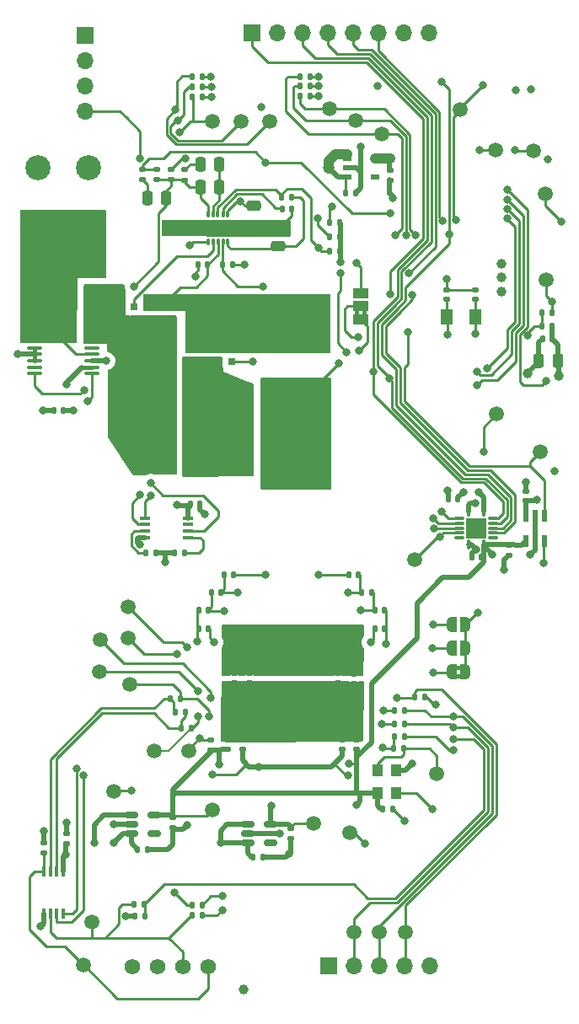
<source format=gbr>
%TF.GenerationSoftware,KiCad,Pcbnew,8.0.7*%
%TF.CreationDate,2025-01-03T18:41:47-08:00*%
%TF.ProjectId,bitaxeMax,62697461-7865-44d6-9178-2e6b69636164,rev?*%
%TF.SameCoordinates,Original*%
%TF.FileFunction,Copper,L1,Top*%
%TF.FilePolarity,Positive*%
%FSLAX46Y46*%
G04 Gerber Fmt 4.6, Leading zero omitted, Abs format (unit mm)*
G04 Created by KiCad (PCBNEW 8.0.7) date 2025-01-03 18:41:47*
%MOMM*%
%LPD*%
G01*
G04 APERTURE LIST*
G04 Aperture macros list*
%AMRoundRect*
0 Rectangle with rounded corners*
0 $1 Rounding radius*
0 $2 $3 $4 $5 $6 $7 $8 $9 X,Y pos of 4 corners*
0 Add a 4 corners polygon primitive as box body*
4,1,4,$2,$3,$4,$5,$6,$7,$8,$9,$2,$3,0*
0 Add four circle primitives for the rounded corners*
1,1,$1+$1,$2,$3*
1,1,$1+$1,$4,$5*
1,1,$1+$1,$6,$7*
1,1,$1+$1,$8,$9*
0 Add four rect primitives between the rounded corners*
20,1,$1+$1,$2,$3,$4,$5,0*
20,1,$1+$1,$4,$5,$6,$7,0*
20,1,$1+$1,$6,$7,$8,$9,0*
20,1,$1+$1,$8,$9,$2,$3,0*%
%AMFreePoly0*
4,1,19,0.500000,-0.750000,0.000000,-0.750000,0.000000,-0.744911,-0.071157,-0.744911,-0.207708,-0.704816,-0.327430,-0.627875,-0.420627,-0.520320,-0.479746,-0.390866,-0.500000,-0.250000,-0.500000,0.250000,-0.479746,0.390866,-0.420627,0.520320,-0.327430,0.627875,-0.207708,0.704816,-0.071157,0.744911,0.000000,0.744911,0.000000,0.750000,0.500000,0.750000,0.500000,-0.750000,0.500000,-0.750000,
$1*%
%AMFreePoly1*
4,1,19,0.000000,0.744911,0.071157,0.744911,0.207708,0.704816,0.327430,0.627875,0.420627,0.520320,0.479746,0.390866,0.500000,0.250000,0.500000,-0.250000,0.479746,-0.390866,0.420627,-0.520320,0.327430,-0.627875,0.207708,-0.704816,0.071157,-0.744911,0.000000,-0.744911,0.000000,-0.750000,-0.500000,-0.750000,-0.500000,0.750000,0.000000,0.750000,0.000000,0.744911,0.000000,0.744911,
$1*%
%AMFreePoly2*
4,1,35,0.005000,-4.560000,0.003536,-4.563536,0.000000,-4.565000,-5.000000,-4.565000,-5.003536,-4.563536,-5.005000,-4.560000,-5.005000,-3.898000,-5.003536,-3.894464,-5.000000,-3.893000,-4.325000,-3.893000,-4.325000,-3.269700,-5.000000,-3.269700,-5.003536,-3.268236,-5.005000,-3.264700,-5.005000,-2.599700,-5.003536,-2.596164,-5.000000,-2.594700,-4.325000,-2.594700,-4.325000,-1.971400,-5.000000,-1.971400,
-5.003536,-1.969936,-5.005000,-1.966400,-5.005000,-1.301400,-5.003536,-1.297864,-5.000000,-1.296400,-4.325000,-1.296400,-4.325000,-0.673100,-5.000000,-0.673100,-5.003536,-0.671636,-5.005000,-0.668100,-5.005000,0.000000,-5.003536,0.003536,-5.000000,0.005000,0.005000,0.005000,0.005000,-4.560000,0.005000,-4.560000,$1*%
%AMFreePoly3*
4,1,45,-0.199646,1.700354,-0.199500,1.700000,-0.199500,1.200500,0.199500,1.200500,0.199500,1.700000,0.199646,1.700354,0.200000,1.700500,0.450000,1.700500,0.450354,1.700354,0.450500,1.700000,0.450500,1.200500,0.825000,1.200500,0.825354,1.200354,0.825500,1.200000,0.825500,-1.200000,0.825354,-1.200354,0.825000,-1.200500,0.450500,-1.200500,0.450500,-1.700000,0.450354,-1.700354,
0.450000,-1.700500,0.200000,-1.700500,0.199646,-1.700354,0.199500,-1.700000,0.199500,-1.200500,-0.199500,-1.200500,-0.199500,-1.700000,-0.199646,-1.700354,-0.200000,-1.700500,-0.450000,-1.700500,-0.450354,-1.700354,-0.450500,-1.700000,-0.450500,-1.200500,-0.825000,-1.200500,-0.825354,-1.200354,-0.825500,-1.200000,-0.825500,1.200000,-0.825354,1.200354,-0.825000,1.200500,-0.450500,1.200500,
-0.450500,1.700000,-0.450354,1.700354,-0.450000,1.700500,-0.200000,1.700500,-0.199646,1.700354,-0.199646,1.700354,$1*%
G04 Aperture macros list end*
%TA.AperFunction,EtchedComponent*%
%ADD10C,0.000000*%
%TD*%
%TA.AperFunction,SMDPad,CuDef*%
%ADD11RoundRect,0.135000X-0.135000X-0.185000X0.135000X-0.185000X0.135000X0.185000X-0.135000X0.185000X0*%
%TD*%
%TA.AperFunction,SMDPad,CuDef*%
%ADD12RoundRect,0.250000X0.475000X-0.250000X0.475000X0.250000X-0.475000X0.250000X-0.475000X-0.250000X0*%
%TD*%
%TA.AperFunction,SMDPad,CuDef*%
%ADD13RoundRect,0.140000X0.140000X0.170000X-0.140000X0.170000X-0.140000X-0.170000X0.140000X-0.170000X0*%
%TD*%
%TA.AperFunction,SMDPad,CuDef*%
%ADD14RoundRect,0.040600X0.249400X-0.564400X0.249400X0.564400X-0.249400X0.564400X-0.249400X-0.564400X0*%
%TD*%
%TA.AperFunction,SMDPad,CuDef*%
%ADD15RoundRect,0.100000X-0.637500X-0.100000X0.637500X-0.100000X0.637500X0.100000X-0.637500X0.100000X0*%
%TD*%
%TA.AperFunction,SMDPad,CuDef*%
%ADD16RoundRect,0.140000X-0.170000X0.140000X-0.170000X-0.140000X0.170000X-0.140000X0.170000X0.140000X0*%
%TD*%
%TA.AperFunction,SMDPad,CuDef*%
%ADD17RoundRect,0.135000X-0.185000X0.135000X-0.185000X-0.135000X0.185000X-0.135000X0.185000X0.135000X0*%
%TD*%
%TA.AperFunction,SMDPad,CuDef*%
%ADD18C,1.500000*%
%TD*%
%TA.AperFunction,SMDPad,CuDef*%
%ADD19RoundRect,0.250000X0.250000X0.475000X-0.250000X0.475000X-0.250000X-0.475000X0.250000X-0.475000X0*%
%TD*%
%TA.AperFunction,SMDPad,CuDef*%
%ADD20FreePoly0,180.000000*%
%TD*%
%TA.AperFunction,SMDPad,CuDef*%
%ADD21FreePoly1,180.000000*%
%TD*%
%TA.AperFunction,SMDPad,CuDef*%
%ADD22RoundRect,0.135000X0.135000X0.185000X-0.135000X0.185000X-0.135000X-0.185000X0.135000X-0.185000X0*%
%TD*%
%TA.AperFunction,SMDPad,CuDef*%
%ADD23RoundRect,0.250000X-0.475000X0.250000X-0.475000X-0.250000X0.475000X-0.250000X0.475000X0.250000X0*%
%TD*%
%TA.AperFunction,SMDPad,CuDef*%
%ADD24RoundRect,0.250000X-0.250000X-0.475000X0.250000X-0.475000X0.250000X0.475000X-0.250000X0.475000X0*%
%TD*%
%TA.AperFunction,SMDPad,CuDef*%
%ADD25R,1.168400X1.600200*%
%TD*%
%TA.AperFunction,SMDPad,CuDef*%
%ADD26RoundRect,0.150000X-0.512500X-0.150000X0.512500X-0.150000X0.512500X0.150000X-0.512500X0.150000X0*%
%TD*%
%TA.AperFunction,SMDPad,CuDef*%
%ADD27RoundRect,0.140000X-0.140000X-0.170000X0.140000X-0.170000X0.140000X0.170000X-0.140000X0.170000X0*%
%TD*%
%TA.AperFunction,SMDPad,CuDef*%
%ADD28RoundRect,0.140000X0.170000X-0.140000X0.170000X0.140000X-0.170000X0.140000X-0.170000X-0.140000X0*%
%TD*%
%TA.AperFunction,SMDPad,CuDef*%
%ADD29R,0.400000X1.100000*%
%TD*%
%TA.AperFunction,SMDPad,CuDef*%
%ADD30RoundRect,0.007800X-0.122200X0.442200X-0.122200X-0.442200X0.122200X-0.442200X0.122200X0.442200X0*%
%TD*%
%TA.AperFunction,SMDPad,CuDef*%
%ADD31RoundRect,0.007800X-0.442200X-0.122200X0.442200X-0.122200X0.442200X0.122200X-0.442200X0.122200X0*%
%TD*%
%TA.AperFunction,SMDPad,CuDef*%
%ADD32R,2.050000X2.050000*%
%TD*%
%TA.AperFunction,ComponentPad*%
%ADD33C,0.500000*%
%TD*%
%TA.AperFunction,SMDPad,CuDef*%
%ADD34R,3.100000X2.000000*%
%TD*%
%TA.AperFunction,SMDPad,CuDef*%
%ADD35RoundRect,0.135000X0.185000X-0.135000X0.185000X0.135000X-0.185000X0.135000X-0.185000X-0.135000X0*%
%TD*%
%TA.AperFunction,SMDPad,CuDef*%
%ADD36R,1.100000X0.400000*%
%TD*%
%TA.AperFunction,SMDPad,CuDef*%
%ADD37RoundRect,0.250000X-1.025000X0.875000X-1.025000X-0.875000X1.025000X-0.875000X1.025000X0.875000X0*%
%TD*%
%TA.AperFunction,SMDPad,CuDef*%
%ADD38R,0.700000X0.800000*%
%TD*%
%TA.AperFunction,SMDPad,CuDef*%
%ADD39FreePoly2,270.000000*%
%TD*%
%TA.AperFunction,SMDPad,CuDef*%
%ADD40R,1.500000X1.000000*%
%TD*%
%TA.AperFunction,SMDPad,CuDef*%
%ADD41RoundRect,0.007874X-0.112126X0.292126X-0.112126X-0.292126X0.112126X-0.292126X0.112126X0.292126X0*%
%TD*%
%TA.AperFunction,ComponentPad*%
%ADD42C,0.400000*%
%TD*%
%TA.AperFunction,SMDPad,CuDef*%
%ADD43FreePoly3,270.000000*%
%TD*%
%TA.AperFunction,SMDPad,CuDef*%
%ADD44R,1.600000X2.700000*%
%TD*%
%TA.AperFunction,SMDPad,CuDef*%
%ADD45FreePoly2,90.000000*%
%TD*%
%TA.AperFunction,SMDPad,CuDef*%
%ADD46RoundRect,0.250000X-0.325000X-1.100000X0.325000X-1.100000X0.325000X1.100000X-0.325000X1.100000X0*%
%TD*%
%TA.AperFunction,SMDPad,CuDef*%
%ADD47R,1.100000X1.300000*%
%TD*%
%TA.AperFunction,SMDPad,CuDef*%
%ADD48RoundRect,0.250000X0.325000X0.650000X-0.325000X0.650000X-0.325000X-0.650000X0.325000X-0.650000X0*%
%TD*%
%TA.AperFunction,SMDPad,CuDef*%
%ADD49R,0.952500X0.558800*%
%TD*%
%TA.AperFunction,ComponentPad*%
%ADD50C,1.574800*%
%TD*%
%TA.AperFunction,ComponentPad*%
%ADD51R,1.700000X1.700000*%
%TD*%
%TA.AperFunction,ComponentPad*%
%ADD52O,1.700000X1.700000*%
%TD*%
%TA.AperFunction,ComponentPad*%
%ADD53C,2.520000*%
%TD*%
%TA.AperFunction,ViaPad*%
%ADD54C,0.800000*%
%TD*%
%TA.AperFunction,ViaPad*%
%ADD55C,1.000000*%
%TD*%
%TA.AperFunction,ViaPad*%
%ADD56C,1.200000*%
%TD*%
%TA.AperFunction,Conductor*%
%ADD57C,0.254000*%
%TD*%
%TA.AperFunction,Conductor*%
%ADD58C,0.508000*%
%TD*%
%TA.AperFunction,Conductor*%
%ADD59C,0.400000*%
%TD*%
%TA.AperFunction,Conductor*%
%ADD60C,1.000000*%
%TD*%
%TA.AperFunction,Conductor*%
%ADD61C,0.200000*%
%TD*%
G04 APERTURE END LIST*
D10*
%TA.AperFunction,EtchedComponent*%
%TO.C,JP3*%
G36*
X122610000Y-114630000D02*
G01*
X122110000Y-114630000D01*
X122110000Y-114230000D01*
X122610000Y-114230000D01*
X122610000Y-114630000D01*
G37*
%TD.AperFunction*%
%TA.AperFunction,EtchedComponent*%
G36*
X122610000Y-113830000D02*
G01*
X122110000Y-113830000D01*
X122110000Y-113430000D01*
X122610000Y-113430000D01*
X122610000Y-113830000D01*
G37*
%TD.AperFunction*%
%TA.AperFunction,EtchedComponent*%
%TO.C,JP4*%
G36*
X112351000Y-78190000D02*
G01*
X111951000Y-78190000D01*
X111951000Y-77690000D01*
X112351000Y-77690000D01*
X112351000Y-78190000D01*
G37*
%TD.AperFunction*%
%TA.AperFunction,EtchedComponent*%
G36*
X113151000Y-78190000D02*
G01*
X112751000Y-78190000D01*
X112751000Y-77690000D01*
X113151000Y-77690000D01*
X113151000Y-78190000D01*
G37*
%TD.AperFunction*%
%TD*%
D11*
%TO.P,R26,1*%
%TO.N,/ESP32/LEDX_G*%
X95600000Y-55220000D03*
%TO.P,R26,2*%
%TO.N,Net-(R26-Pad2)*%
X96620000Y-55220000D03*
%TD*%
D12*
%TO.P,C43,1*%
%TO.N,Net-(C43-Pad1)*%
X104265600Y-71247800D03*
%TO.P,C43,2*%
%TO.N,GND*%
X104265600Y-69347800D03*
%TD*%
D13*
%TO.P,C19,1*%
%TO.N,/BM1397/1V8*%
X124690000Y-102480000D03*
%TO.P,C19,2*%
%TO.N,GND*%
X123730000Y-102480000D03*
%TD*%
D14*
%TO.P,U3,1,VCCA*%
%TO.N,/BM1397/1V8*%
X129100000Y-100835000D03*
%TO.P,U3,2,GND*%
%TO.N,GND*%
X130050000Y-100835000D03*
%TO.P,U3,3,A*%
%TO.N,Net-(R23-Pad2)*%
X131000000Y-100835000D03*
%TO.P,U3,4,B*%
%TO.N,/BM1397/CLKI*%
X131000000Y-98325000D03*
%TO.P,U3,5,DIR*%
%TO.N,GND*%
X130050000Y-98325000D03*
%TO.P,U3,6,VCCB*%
%TO.N,/3V3*%
X129100000Y-98325000D03*
%TD*%
D15*
%TO.P,U8,1,IN+*%
%TO.N,/Power/VIN*%
X79777500Y-79495000D03*
%TO.P,U8,2,IN+*%
X79777500Y-80145000D03*
%TO.P,U8,3,IN+*%
X79777500Y-80795000D03*
%TO.P,U8,4,A1*%
%TO.N,GND*%
X79777500Y-81445000D03*
%TO.P,U8,5,A0*%
X79777500Y-82095000D03*
%TO.P,U8,6,GND*%
X79777500Y-82745000D03*
%TO.P,U8,7,ALERT*%
%TO.N,unconnected-(U8-Pad7)*%
X79777500Y-83395000D03*
%TO.P,U8,8,SDA*%
%TO.N,/SDA*%
X79777500Y-84045000D03*
%TO.P,U8,9,SCL*%
%TO.N,/SCL*%
X85502500Y-84045000D03*
%TO.P,U8,10,VS*%
%TO.N,/3V3*%
X85502500Y-83395000D03*
%TO.P,U8,11,GND*%
%TO.N,GND*%
X85502500Y-82745000D03*
%TO.P,U8,12,VBUS*%
%TO.N,/Power/VIN*%
X85502500Y-82095000D03*
%TO.P,U8,13,NC*%
%TO.N,unconnected-(U8-Pad13)*%
X85502500Y-81445000D03*
%TO.P,U8,14,IN-*%
%TO.N,/5V*%
X85502500Y-80795000D03*
%TO.P,U8,15,IN-*%
X85502500Y-80145000D03*
%TO.P,U8,16,IN-*%
X85502500Y-79495000D03*
%TD*%
D16*
%TO.P,C7,1*%
%TO.N,/VDD*%
X99820000Y-114150000D03*
%TO.P,C7,2*%
%TO.N,GND*%
X99820000Y-115110000D03*
%TD*%
D11*
%TO.P,R7,1,1*%
%TO.N,Net-(C32-Pad2)*%
X93400000Y-116670000D03*
%TO.P,R7,2,2*%
%TO.N,/TEMP_N*%
X94420000Y-116670000D03*
%TD*%
D17*
%TO.P,R13,1*%
%TO.N,/VDD*%
X90649600Y-63569000D03*
%TO.P,R13,2*%
%TO.N,Net-(C45-Pad1)*%
X90649600Y-64589000D03*
%TD*%
D18*
%TO.P,TP26,1,1*%
%TO.N,/ESP32/LEDX_G*%
X100520000Y-58700000D03*
%TD*%
%TO.P,TP31,1,1*%
%TO.N,GND*%
X126176000Y-88111000D03*
%TD*%
D13*
%TO.P,C1,1*%
%TO.N,GND*%
X115730000Y-127810000D03*
%TO.P,C1,2*%
%TO.N,/BM1397/1V8*%
X114770000Y-127810000D03*
%TD*%
D19*
%TO.P,C41,1*%
%TO.N,Net-(C40-Pad1)*%
X98355400Y-63005800D03*
%TO.P,C41,2*%
%TO.N,Net-(C41-Pad2)*%
X96455400Y-63005800D03*
%TD*%
D18*
%TO.P,TP19,1,1*%
%TO.N,/3V3*%
X131156000Y-74610000D03*
%TD*%
D20*
%TO.P,JP2,1,A*%
%TO.N,GND*%
X123010000Y-111640000D03*
D21*
%TO.P,JP2,2,B*%
%TO.N,Net-(IC1-Pad5)*%
X121710000Y-111640000D03*
%TD*%
D22*
%TO.P,R1,1*%
%TO.N,GND*%
X119000000Y-116520000D03*
%TO.P,R1,2*%
%TO.N,/BM1397/RST_N*%
X117980000Y-116520000D03*
%TD*%
D13*
%TO.P,C3,1*%
%TO.N,Net-(C2-Pad2)*%
X114920000Y-107790000D03*
%TO.P,C3,2*%
%TO.N,Net-(C3-Pad2)*%
X113960000Y-107790000D03*
%TD*%
D23*
%TO.P,C38,1*%
%TO.N,/5V*%
X101783000Y-67211600D03*
%TO.P,C38,2*%
%TO.N,GND*%
X101783000Y-69111600D03*
%TD*%
D18*
%TO.P,TP5,1,1*%
%TO.N,GND*%
X111440000Y-130160000D03*
%TD*%
D11*
%TO.P,R27,1*%
%TO.N,/ESP32/LEDZ_G*%
X106450000Y-55180000D03*
%TO.P,R27,2*%
%TO.N,Net-(R27-Pad2)*%
X107470000Y-55180000D03*
%TD*%
D16*
%TO.P,C25,1*%
%TO.N,/BM1397/0V8*%
X105540000Y-129760000D03*
%TO.P,C25,2*%
%TO.N,GND*%
X105540000Y-130720000D03*
%TD*%
D24*
%TO.P,C45,1*%
%TO.N,Net-(C45-Pad1)*%
X91120000Y-66420000D03*
%TO.P,C45,2*%
%TO.N,/Power/OUT0*%
X93020000Y-66420000D03*
%TD*%
D25*
%TO.P,Y1,1,1*%
%TO.N,/ESP32/XIN32*%
X124017400Y-78349000D03*
%TO.P,Y1,2,2*%
%TO.N,/ESP32/XOUT32*%
X121172600Y-78349000D03*
%TD*%
D18*
%TO.P,TP16,1,1*%
%TO.N,/Fan/FAN_TACH*%
X85570000Y-139110000D03*
%TD*%
%TO.P,TP15,1,1*%
%TO.N,/Fan/FAN_PWM*%
X84690000Y-143470000D03*
%TD*%
D26*
%TO.P,U5,1,VIN*%
%TO.N,/5V*%
X89482500Y-128390000D03*
%TO.P,U5,2,GND*%
%TO.N,GND*%
X89482500Y-129340000D03*
%TO.P,U5,3,EN*%
%TO.N,/5V*%
X89482500Y-130290000D03*
%TO.P,U5,4,PG*%
%TO.N,unconnected-(U5-Pad4)*%
X91757500Y-130290000D03*
%TO.P,U5,5,VOUT*%
%TO.N,/BM1397/1V8*%
X91757500Y-128390000D03*
%TD*%
D24*
%TO.P,C51,1*%
%TO.N,/3V3*%
X130440000Y-82740000D03*
%TO.P,C51,2*%
%TO.N,GND*%
X132340000Y-82740000D03*
%TD*%
D18*
%TO.P,TP23,1,1*%
%TO.N,/ESP32/IO0*%
X122556000Y-57528000D03*
%TD*%
D17*
%TO.P,R6,1*%
%TO.N,Net-(IC1-Pad27)*%
X97500000Y-120830000D03*
%TO.P,R6,2*%
%TO.N,/BM1397/1V8*%
X97500000Y-121850000D03*
%TD*%
D18*
%TO.P,TP30,1,1*%
%TO.N,/ESP32/LEDZ_B*%
X114630000Y-59948000D03*
%TD*%
D26*
%TO.P,U6,1,VIN*%
%TO.N,/5V*%
X101182500Y-129290000D03*
%TO.P,U6,2,GND*%
%TO.N,GND*%
X101182500Y-130240000D03*
%TO.P,U6,3,EN*%
%TO.N,/5V*%
X101182500Y-131190000D03*
%TO.P,U6,4,PG*%
%TO.N,unconnected-(U6-Pad4)*%
X103457500Y-131190000D03*
%TO.P,U6,5,VOUT*%
%TO.N,/BM1397/0V8*%
X103457500Y-129290000D03*
%TD*%
D27*
%TO.P,C50,1*%
%TO.N,/ESP32/EN*%
X130787000Y-79266000D03*
%TO.P,C50,2*%
%TO.N,GND*%
X131747000Y-79266000D03*
%TD*%
D28*
%TO.P,C4,1*%
%TO.N,/BM1397/0V8*%
X110660000Y-121800000D03*
%TO.P,C4,2*%
%TO.N,GND*%
X110660000Y-120840000D03*
%TD*%
D29*
%TO.P,U7,1,VDD*%
%TO.N,/3V3*%
X82655000Y-134030000D03*
%TO.P,U7,2,DP*%
%TO.N,Net-(C32-Pad1)*%
X82005000Y-134030000D03*
%TO.P,U7,3,DN*%
%TO.N,Net-(C32-Pad2)*%
X81355000Y-134030000D03*
%TO.P,U7,4,FAN*%
%TO.N,/Fan/FAN_PWM*%
X80705000Y-134030000D03*
%TO.P,U7,5,GND*%
%TO.N,GND*%
X80705000Y-138330000D03*
%TO.P,U7,6,ALERT/TACH*%
%TO.N,/Fan/FAN_TACH*%
X81355000Y-138330000D03*
%TO.P,U7,7,SMDATA*%
%TO.N,/SDA*%
X82005000Y-138330000D03*
%TO.P,U7,8,SMCLK*%
%TO.N,/SCL*%
X82655000Y-138330000D03*
%TD*%
D13*
%TO.P,C12,1*%
%TO.N,/VDD*%
X99780000Y-104240000D03*
%TO.P,C12,2*%
%TO.N,Net-(C12-Pad2)*%
X98820000Y-104240000D03*
%TD*%
D27*
%TO.P,C52,1*%
%TO.N,/3V3*%
X130790000Y-80550000D03*
%TO.P,C52,2*%
%TO.N,GND*%
X131750000Y-80550000D03*
%TD*%
D20*
%TO.P,JP3,1,A*%
%TO.N,GND*%
X123010000Y-114030000D03*
D21*
%TO.P,JP3,2,B*%
%TO.N,Net-(IC1-Pad6)*%
X121710000Y-114030000D03*
%TD*%
D11*
%TO.P,R29,1*%
%TO.N,/ESP32/LEDZ_R*%
X106450000Y-56190000D03*
%TO.P,R29,2*%
%TO.N,Net-(R29-Pad2)*%
X107470000Y-56190000D03*
%TD*%
D28*
%TO.P,C30,1*%
%TO.N,/ESP32/XIN32*%
X124043000Y-76576000D03*
%TO.P,C30,2*%
%TO.N,GND*%
X124043000Y-75616000D03*
%TD*%
D18*
%TO.P,TP21,1,1*%
%TO.N,/BM1397/CLKI*%
X130550000Y-91930000D03*
%TD*%
D28*
%TO.P,C26,1*%
%TO.N,/3V3*%
X129140000Y-96810000D03*
%TO.P,C26,2*%
%TO.N,GND*%
X129140000Y-95850000D03*
%TD*%
D30*
%TO.P,U2,1,VCCA*%
%TO.N,/BM1397/1V8*%
X123410000Y-97875000D03*
D31*
%TO.P,U2,2,A1*%
%TO.N,/BM1397/RO*%
X122475000Y-98560000D03*
%TO.P,U2,3,A2*%
%TO.N,/BM1397/CI*%
X122475000Y-99060000D03*
%TO.P,U2,4,A3*%
%TO.N,/BM1397/RST_N*%
X122475000Y-99560000D03*
%TO.P,U2,5,A4*%
%TO.N,/BM1397/BM_BI*%
X122475000Y-100060000D03*
%TO.P,U2,6*%
%TO.N,N/C*%
X122475000Y-100560000D03*
D30*
%TO.P,U2,7,GND*%
%TO.N,GND*%
X123410000Y-101245000D03*
%TO.P,U2,8,OE*%
%TO.N,/BM1397/1V8*%
X124910000Y-101245000D03*
D31*
%TO.P,U2,9*%
%TO.N,N/C*%
X125845000Y-100560000D03*
%TO.P,U2,10,B4*%
%TO.N,/BI*%
X125845000Y-100060000D03*
%TO.P,U2,11,B3*%
%TO.N,/RST*%
X125845000Y-99560000D03*
%TO.P,U2,12,B2*%
%TO.N,/TX*%
X125845000Y-99060000D03*
%TO.P,U2,13,B1*%
%TO.N,/RX*%
X125845000Y-98560000D03*
D30*
%TO.P,U2,14,VCCB*%
%TO.N,/3V3*%
X124910000Y-97875000D03*
D32*
%TO.P,U2,15,GND*%
%TO.N,GND*%
X124160000Y-99560000D03*
D33*
%TO.P,U2,16,GND*%
X124660000Y-99060000D03*
%TO.P,U2,17,GND*%
X124660000Y-100060000D03*
%TO.P,U2,18,GND*%
X123660000Y-100060000D03*
%TO.P,U2,19,GND*%
X123660000Y-99060000D03*
%TD*%
D17*
%TO.P,R10,1*%
%TO.N,Net-(C41-Pad2)*%
X94828800Y-63573600D03*
%TO.P,R10,2*%
%TO.N,/Power/OUT0*%
X94828800Y-64593600D03*
%TD*%
D18*
%TO.P,TP17,1,1*%
%TO.N,/ESP32/EN*%
X131044000Y-65978000D03*
%TD*%
D34*
%TO.P,L1,1,1*%
%TO.N,/Power/SW*%
X106000600Y-77761400D03*
%TO.P,L1,2,2*%
%TO.N,/VDD*%
X106000600Y-86081400D03*
%TD*%
D22*
%TO.P,R20,1*%
%TO.N,/3V3*%
X131777000Y-77964000D03*
%TO.P,R20,2*%
%TO.N,/ESP32/EN*%
X130757000Y-77964000D03*
%TD*%
D35*
%TO.P,R15,1*%
%TO.N,/Power/OUT0*%
X93465000Y-64589000D03*
%TO.P,R15,2*%
%TO.N,GND*%
X93465000Y-63569000D03*
%TD*%
D18*
%TO.P,TP29,1,1*%
%TO.N,/ESP32/LEDZ_G*%
X112020000Y-58630000D03*
%TD*%
D13*
%TO.P,C15,1*%
%TO.N,Net-(C12-Pad2)*%
X98490000Y-106040000D03*
%TO.P,C15,2*%
%TO.N,Net-(C15-Pad2)*%
X97530000Y-106040000D03*
%TD*%
D18*
%TO.P,TP32,1,1*%
%TO.N,Net-(IC1-Pad27)*%
X95310000Y-121910000D03*
%TD*%
D22*
%TO.P,R16,1*%
%TO.N,Net-(R16-Pad1)*%
X94840000Y-102040000D03*
%TO.P,R16,2*%
%TO.N,GND*%
X93820000Y-102040000D03*
%TD*%
D18*
%TO.P,TP28,1,1*%
%TO.N,/ESP32/LEDZ_R*%
X109370000Y-57428000D03*
%TD*%
D13*
%TO.P,C32,1*%
%TO.N,Net-(C32-Pad1)*%
X94900000Y-118050000D03*
%TO.P,C32,2*%
%TO.N,Net-(C32-Pad2)*%
X93940000Y-118050000D03*
%TD*%
D28*
%TO.P,C16,1*%
%TO.N,/BM1397/0V8*%
X100710000Y-121800000D03*
%TO.P,C16,2*%
%TO.N,GND*%
X100710000Y-120840000D03*
%TD*%
D22*
%TO.P,R3,1*%
%TO.N,/BM1397/RO*%
X116920000Y-117890000D03*
%TO.P,R3,2*%
%TO.N,Net-(IC1-Pad10)*%
X115900000Y-117890000D03*
%TD*%
D16*
%TO.P,C49,1*%
%TO.N,/3V3*%
X115489000Y-63645000D03*
%TO.P,C49,2*%
%TO.N,GND*%
X115489000Y-64605000D03*
%TD*%
D18*
%TO.P,TP12,1,1*%
%TO.N,/TEMP_N*%
X89350000Y-115300000D03*
%TD*%
D27*
%TO.P,C18,1*%
%TO.N,Net-(C17-Pad2)*%
X96250000Y-109680000D03*
%TO.P,C18,2*%
%TO.N,GND*%
X97210000Y-109680000D03*
%TD*%
D18*
%TO.P,TP18,1,1*%
%TO.N,/ESP32/P_TX*%
X129881000Y-61664000D03*
%TD*%
D19*
%TO.P,C40,1*%
%TO.N,Net-(C40-Pad1)*%
X98333000Y-65268000D03*
%TO.P,C40,2*%
%TO.N,/Power/OUT0*%
X96433000Y-65268000D03*
%TD*%
D36*
%TO.P,U10,1,SDA*%
%TO.N,/SDA*%
X90890000Y-98565000D03*
%TO.P,U10,2,SCL*%
%TO.N,/SCL*%
X90890000Y-99215000D03*
%TO.P,U10,3,FS1*%
%TO.N,Net-(R17-Pad1)*%
X90890000Y-99865000D03*
%TO.P,U10,4,GND*%
%TO.N,GND*%
X90890000Y-100515000D03*
%TO.P,U10,5,FS0*%
%TO.N,Net-(R16-Pad1)*%
X95190000Y-100515000D03*
%TO.P,U10,6,OUT0*%
%TO.N,/Power/OUT0*%
X95190000Y-99865000D03*
%TO.P,U10,7,OUT1*%
%TO.N,/Power/OUT1*%
X95190000Y-99215000D03*
%TO.P,U10,8,VCC*%
%TO.N,/3V3*%
X95190000Y-98565000D03*
%TD*%
D27*
%TO.P,C39,1*%
%TO.N,Net-(C39-Pad1)*%
X104635400Y-67480800D03*
%TO.P,C39,2*%
%TO.N,GND*%
X105595400Y-67480800D03*
%TD*%
D16*
%TO.P,C21,1*%
%TO.N,/BM1397/1V8*%
X127450000Y-101330000D03*
%TO.P,C21,2*%
%TO.N,GND*%
X127450000Y-102290000D03*
%TD*%
D28*
%TO.P,C31,1*%
%TO.N,/ESP32/XOUT32*%
X121159000Y-76585000D03*
%TO.P,C31,2*%
%TO.N,GND*%
X121159000Y-75625000D03*
%TD*%
D18*
%TO.P,TP8,1,1*%
%TO.N,Net-(IC1-Pad26)*%
X86310000Y-114030000D03*
%TD*%
%TO.P,TP24,1,1*%
%TO.N,/BM1397/BM_BI*%
X117960000Y-102740000D03*
%TD*%
D13*
%TO.P,C35,1*%
%TO.N,/3V3*%
X82650000Y-87720000D03*
%TO.P,C35,2*%
%TO.N,GND*%
X81690000Y-87720000D03*
%TD*%
D18*
%TO.P,TP6,1,1*%
%TO.N,Net-(IC1-Pad29)*%
X89200000Y-107450000D03*
%TD*%
D16*
%TO.P,C10,1*%
%TO.N,/VDD*%
X110280000Y-114170000D03*
%TO.P,C10,2*%
%TO.N,GND*%
X110280000Y-115130000D03*
%TD*%
D18*
%TO.P,TP27,1,1*%
%TO.N,/ESP32/LEDX_B*%
X103400000Y-58710000D03*
%TD*%
D16*
%TO.P,C11,1*%
%TO.N,/VDD*%
X101370000Y-114140000D03*
%TO.P,C11,2*%
%TO.N,GND*%
X101370000Y-115100000D03*
%TD*%
D17*
%TO.P,R14,1*%
%TO.N,/VDD*%
X92057300Y-63569000D03*
%TO.P,R14,2*%
%TO.N,/Power/OUT0*%
X92057300Y-64589000D03*
%TD*%
D11*
%TO.P,R11,1*%
%TO.N,/Power/PGOOD*%
X104604000Y-66292000D03*
%TO.P,R11,2*%
%TO.N,Net-(C43-Pad1)*%
X105624000Y-66292000D03*
%TD*%
D28*
%TO.P,C14,1*%
%TO.N,/BM1397/1V8*%
X99190000Y-121800000D03*
%TO.P,C14,2*%
%TO.N,GND*%
X99190000Y-120840000D03*
%TD*%
D37*
%TO.P,C13,1*%
%TO.N,/VDD*%
X105600000Y-111360000D03*
%TO.P,C13,2*%
%TO.N,GND*%
X105600000Y-117760000D03*
%TD*%
D18*
%TO.P,TP11,1,1*%
%TO.N,/TEMP_P*%
X91810000Y-121920000D03*
%TD*%
D38*
%TO.P,Q2,1*%
%TO.N,GND*%
X95751600Y-82862700D03*
%TO.P,Q2,2*%
X97049900Y-82862700D03*
%TO.P,Q2,3,S*%
X98313300Y-82862700D03*
%TO.P,Q2,4,G*%
%TO.N,Net-(Q2-Pad4)*%
X99611600Y-82862700D03*
D39*
%TO.P,Q2,5,D*%
%TO.N,/Power/SW*%
X99961600Y-81957700D03*
%TD*%
D18*
%TO.P,TP1,1,1*%
%TO.N,Net-(R2-Pad1)*%
X120190000Y-124230000D03*
%TD*%
D11*
%TO.P,R23,1*%
%TO.N,/BM1397/BM_CLKI*%
X115910000Y-120520000D03*
%TO.P,R23,2*%
%TO.N,Net-(R23-Pad2)*%
X116930000Y-120520000D03*
%TD*%
D28*
%TO.P,C33,1*%
%TO.N,/3V3*%
X82970000Y-131240000D03*
%TO.P,C33,2*%
%TO.N,GND*%
X82970000Y-130280000D03*
%TD*%
D18*
%TO.P,TP3,1,1*%
%TO.N,/BM1397/RO*%
X114410000Y-140150000D03*
%TD*%
D40*
%TO.P,JP4,1,A*%
%TO.N,/3V3*%
X112551000Y-78590000D03*
%TO.P,JP4,2,C*%
%TO.N,Net-(U12-Pad15)*%
X112551000Y-77290000D03*
%TO.P,JP4,3,B*%
%TO.N,GND*%
X112551000Y-75990000D03*
%TD*%
D27*
%TO.P,C44,1*%
%TO.N,/3V3*%
X95450000Y-97140000D03*
%TO.P,C44,2*%
%TO.N,GND*%
X96410000Y-97140000D03*
%TD*%
D41*
%TO.P,U9,1,VDD*%
%TO.N,/5V*%
X99201691Y-68022200D03*
%TO.P,U9,2,SS*%
%TO.N,Net-(C39-Pad1)*%
X98701691Y-68022200D03*
%TO.P,U9,3,PGOOD*%
%TO.N,/Power/PGOOD*%
X98171691Y-68022200D03*
%TO.P,U9,4,COMP*%
%TO.N,Net-(C40-Pad1)*%
X97701691Y-68022200D03*
%TO.P,U9,5,FB*%
%TO.N,/Power/OUT0*%
X97201691Y-68022200D03*
%TO.P,U9,6,BOOT*%
%TO.N,Net-(C42-Pad1)*%
X97201691Y-70822200D03*
%TO.P,U9,7,HDRV*%
%TO.N,Net-(Q1-Pad4)*%
X97701691Y-70822200D03*
%TO.P,U9,8,SW*%
%TO.N,/Power/SW*%
X98201691Y-70822200D03*
%TO.P,U9,9,LDRV*%
%TO.N,Net-(Q2-Pad4)*%
X98701691Y-70822200D03*
%TO.P,U9,10,BP*%
%TO.N,Net-(C43-Pad1)*%
X99201691Y-70822200D03*
D42*
%TO.P,U9,11,GND*%
%TO.N,GND*%
X98201691Y-68847200D03*
X99151691Y-69422200D03*
D43*
X98201691Y-69422200D03*
D42*
X97251691Y-69422200D03*
X98201691Y-69997200D03*
%TD*%
D11*
%TO.P,R36,1*%
%TO.N,/Fan/FAN_TACH*%
X95580000Y-138500000D03*
%TO.P,R36,2*%
%TO.N,/3V3*%
X96600000Y-138500000D03*
%TD*%
D18*
%TO.P,TP25,1,1*%
%TO.N,/ESP32/LEDX_R*%
X97680000Y-58680000D03*
%TD*%
D27*
%TO.P,C22,1*%
%TO.N,/5V*%
X90120000Y-131850000D03*
%TO.P,C22,2*%
%TO.N,GND*%
X91080000Y-131850000D03*
%TD*%
D13*
%TO.P,C6,1*%
%TO.N,Net-(C3-Pad2)*%
X113620000Y-106030000D03*
%TO.P,C6,2*%
%TO.N,Net-(C6-Pad2)*%
X112660000Y-106030000D03*
%TD*%
D44*
%TO.P,C46,1*%
%TO.N,/VDD*%
X103851600Y-89640200D03*
%TO.P,C46,2*%
%TO.N,GND*%
X100851600Y-89640200D03*
%TD*%
D11*
%TO.P,R18,1*%
%TO.N,/SCL*%
X109445000Y-68891000D03*
%TO.P,R18,2*%
%TO.N,/3V3*%
X110465000Y-68891000D03*
%TD*%
D38*
%TO.P,Q1,1*%
%TO.N,/Power/SW*%
X93649887Y-77313864D03*
%TO.P,Q1,2*%
X92351587Y-77313864D03*
%TO.P,Q1,3,S*%
X91088187Y-77313864D03*
%TO.P,Q1,4,G*%
%TO.N,Net-(Q1-Pad4)*%
X89789887Y-77313864D03*
D45*
%TO.P,Q1,5,D*%
%TO.N,/5V*%
X89439887Y-78218864D03*
%TD*%
D11*
%TO.P,R25,1*%
%TO.N,GND*%
X89810000Y-138540000D03*
%TO.P,R25,2*%
%TO.N,/ESP32/FAN_ALERT*%
X90830000Y-138540000D03*
%TD*%
D18*
%TO.P,TP10,1,1*%
%TO.N,Net-(IC1-Pad20)*%
X87760000Y-126010000D03*
%TD*%
D11*
%TO.P,R17,1*%
%TO.N,Net-(R17-Pad1)*%
X90910000Y-102040000D03*
%TO.P,R17,2*%
%TO.N,GND*%
X91930000Y-102040000D03*
%TD*%
D27*
%TO.P,C42,1*%
%TO.N,Net-(C42-Pad1)*%
X96189800Y-73128000D03*
%TO.P,C42,2*%
%TO.N,/Power/SW*%
X97149800Y-73128000D03*
%TD*%
D18*
%TO.P,TP7,1,1*%
%TO.N,Net-(IC1-Pad28)*%
X89180000Y-110620000D03*
%TD*%
D46*
%TO.P,C34,1*%
%TO.N,/5V*%
X92806600Y-85970200D03*
%TO.P,C34,2*%
%TO.N,GND*%
X95756600Y-85970200D03*
%TD*%
D18*
%TO.P,TP4,1,1*%
%TO.N,/BM1397/RST_N*%
X117040000Y-140190000D03*
%TD*%
D47*
%TO.P,U1,1,EN*%
%TO.N,/BM1397/1V8*%
X116140000Y-126170000D03*
%TO.P,U1,2,GND*%
%TO.N,GND*%
X116140000Y-123870000D03*
%TO.P,U1,3,OUT*%
%TO.N,Net-(R2-Pad1)*%
X114240000Y-123870000D03*
%TO.P,U1,4,VIN*%
%TO.N,/BM1397/1V8*%
X114240000Y-126170000D03*
%TD*%
D18*
%TO.P,TP13,1,1*%
%TO.N,/BM1397/1V8*%
X97670000Y-127850000D03*
%TD*%
D11*
%TO.P,R12,1*%
%TO.N,Net-(Q2-Pad4)*%
X98650200Y-73123400D03*
%TO.P,R12,2*%
%TO.N,GND*%
X99670200Y-73123400D03*
%TD*%
D22*
%TO.P,R4,1*%
%TO.N,/3V3*%
X110465000Y-71760000D03*
%TO.P,R4,2*%
%TO.N,/Power/PGOOD*%
X109445000Y-71760000D03*
%TD*%
D27*
%TO.P,C2,1*%
%TO.N,GND*%
X113960000Y-109650000D03*
%TO.P,C2,2*%
%TO.N,Net-(C2-Pad2)*%
X114920000Y-109650000D03*
%TD*%
D11*
%TO.P,R19,1*%
%TO.N,/SDA*%
X109445000Y-70325500D03*
%TO.P,R19,2*%
%TO.N,/3V3*%
X110465000Y-70325500D03*
%TD*%
D22*
%TO.P,R24,1*%
%TO.N,/ESP32/FAN_ALERT*%
X90800000Y-137350000D03*
%TO.P,R24,2*%
%TO.N,/Fan/FAN_TACH*%
X89780000Y-137350000D03*
%TD*%
D27*
%TO.P,C23,1*%
%TO.N,/5V*%
X101730000Y-132610000D03*
%TO.P,C23,2*%
%TO.N,GND*%
X102690000Y-132610000D03*
%TD*%
D28*
%TO.P,C5,1*%
%TO.N,/BM1397/1V8*%
X112160000Y-121800000D03*
%TO.P,C5,2*%
%TO.N,GND*%
X112160000Y-120840000D03*
%TD*%
D18*
%TO.P,TP9,1,1*%
%TO.N,Net-(IC1-Pad25)*%
X86350000Y-110750000D03*
%TD*%
D22*
%TO.P,R2,1*%
%TO.N,Net-(R2-Pad1)*%
X116890000Y-121740000D03*
%TO.P,R2,2*%
%TO.N,/BM1397/BM_CLKI*%
X115870000Y-121740000D03*
%TD*%
D35*
%TO.P,R9,1*%
%TO.N,/Fan/FAN_PWM*%
X80700000Y-132210000D03*
%TO.P,R9,2*%
%TO.N,/3V3*%
X80700000Y-131190000D03*
%TD*%
D13*
%TO.P,C17,1*%
%TO.N,Net-(C15-Pad2)*%
X97210000Y-107780000D03*
%TO.P,C17,2*%
%TO.N,Net-(C17-Pad2)*%
X96250000Y-107780000D03*
%TD*%
D20*
%TO.P,JP1,1,A*%
%TO.N,GND*%
X123010000Y-109250000D03*
D21*
%TO.P,JP1,2,B*%
%TO.N,Net-(IC1-Pad4)*%
X121710000Y-109250000D03*
%TD*%
D11*
%TO.P,R22,1*%
%TO.N,/ESP32/LEDZ_B*%
X106450000Y-54180000D03*
%TO.P,R22,2*%
%TO.N,Net-(R22-Pad2)*%
X107470000Y-54180000D03*
%TD*%
D13*
%TO.P,C8,1*%
%TO.N,Net-(C6-Pad2)*%
X112290000Y-104240000D03*
%TO.P,C8,2*%
%TO.N,/VDD*%
X111330000Y-104240000D03*
%TD*%
D27*
%TO.P,C29,1*%
%TO.N,/5V*%
X95640000Y-137410000D03*
%TO.P,C29,2*%
%TO.N,GND*%
X96600000Y-137410000D03*
%TD*%
D18*
%TO.P,TP14,1,1*%
%TO.N,/BM1397/0V8*%
X107830000Y-129200000D03*
%TD*%
D27*
%TO.P,C27,1*%
%TO.N,/5V*%
X111051000Y-65931000D03*
%TO.P,C27,2*%
%TO.N,GND*%
X112011000Y-65931000D03*
%TD*%
D18*
%TO.P,TP22,1,1*%
%TO.N,/ESP32/P_RX*%
X126093000Y-61620000D03*
%TD*%
%TO.P,TP2,1,1*%
%TO.N,/BM1397/CI*%
X111890000Y-140150000D03*
%TD*%
D13*
%TO.P,C20,1*%
%TO.N,/3V3*%
X122320000Y-96650000D03*
%TO.P,C20,2*%
%TO.N,GND*%
X121360000Y-96650000D03*
%TD*%
D11*
%TO.P,R21,1*%
%TO.N,/ESP32/LEDX_B*%
X95600000Y-54220000D03*
%TO.P,R21,2*%
%TO.N,Net-(R21-Pad2)*%
X96620000Y-54220000D03*
%TD*%
D48*
%TO.P,C47,1*%
%TO.N,/VDD*%
X103786600Y-92610200D03*
%TO.P,C47,2*%
%TO.N,GND*%
X100836600Y-92610200D03*
%TD*%
D16*
%TO.P,C24,1*%
%TO.N,/BM1397/1V8*%
X93630000Y-128670000D03*
%TO.P,C24,2*%
%TO.N,GND*%
X93630000Y-129630000D03*
%TD*%
D22*
%TO.P,R5,1*%
%TO.N,/BM1397/CI*%
X116920000Y-119250000D03*
%TO.P,R5,2*%
%TO.N,Net-(IC1-Pad11)*%
X115900000Y-119250000D03*
%TD*%
D46*
%TO.P,C36,1*%
%TO.N,/5V*%
X92766600Y-89380200D03*
%TO.P,C36,2*%
%TO.N,GND*%
X95716600Y-89380200D03*
%TD*%
D16*
%TO.P,C9,1*%
%TO.N,/VDD*%
X111870000Y-114230000D03*
%TO.P,C9,2*%
%TO.N,GND*%
X111870000Y-115190000D03*
%TD*%
D49*
%TO.P,U11,1,VIN*%
%TO.N,/5V*%
X111185050Y-62440200D03*
%TO.P,U11,2,GND*%
%TO.N,GND*%
X111185050Y-63380000D03*
%TO.P,U11,3,EN*%
%TO.N,/5V*%
X111185050Y-64319800D03*
%TO.P,U11,4*%
%TO.N,N/C*%
X113940950Y-64319800D03*
%TO.P,U11,5,VOUT*%
%TO.N,/3V3*%
X113940950Y-62440200D03*
%TD*%
D46*
%TO.P,C37,1*%
%TO.N,/5V*%
X92766600Y-92740200D03*
%TO.P,C37,2*%
%TO.N,GND*%
X95716600Y-92740200D03*
%TD*%
D11*
%TO.P,R28,1*%
%TO.N,/ESP32/LEDX_R*%
X95600000Y-56220000D03*
%TO.P,R28,2*%
%TO.N,Net-(R28-Pad2)*%
X96620000Y-56220000D03*
%TD*%
D22*
%TO.P,R8,1,1*%
%TO.N,/TEMP_P*%
X95500000Y-119670000D03*
%TO.P,R8,2,2*%
%TO.N,Net-(C32-Pad1)*%
X94480000Y-119670000D03*
%TD*%
D50*
%TO.P,J4,1,Pin_1*%
%TO.N,GND*%
X89621000Y-143622000D03*
%TO.P,J4,2,Pin_2*%
%TO.N,/5V*%
X92161000Y-143622000D03*
%TO.P,J4,3,Pin_3*%
%TO.N,/Fan/FAN_TACH*%
X94701000Y-143622000D03*
%TO.P,J4,4,Pin_4*%
%TO.N,/Fan/FAN_PWM*%
X97241000Y-143622000D03*
%TD*%
D51*
%TO.P,J9,1,Pin_1*%
%TO.N,GND*%
X84859000Y-50049000D03*
D52*
%TO.P,J9,2,Pin_2*%
%TO.N,/3V3*%
X84859000Y-52589000D03*
%TO.P,J9,3,Pin_3*%
%TO.N,/SCL*%
X84859000Y-55129000D03*
%TO.P,J9,4,Pin_4*%
%TO.N,/SDA*%
X84859000Y-57669000D03*
%TD*%
D53*
%TO.P,J2,1,Pin_1*%
%TO.N,GND*%
X85190000Y-63390000D03*
X80110000Y-63390000D03*
%TD*%
%TO.P,J1,1,Pin_1*%
%TO.N,/Power/VIN*%
X85190000Y-70810000D03*
X80110000Y-70810000D03*
%TD*%
D51*
%TO.P,J6,1,Pin_1*%
%TO.N,/BI*%
X101626000Y-49799000D03*
D52*
%TO.P,J6,2,Pin_2*%
%TO.N,/RST*%
X104166000Y-49799000D03*
%TO.P,J6,3,Pin_3*%
%TO.N,/RX*%
X106706000Y-49799000D03*
%TO.P,J6,4,Pin_4*%
%TO.N,/TX*%
X109246000Y-49799000D03*
%TO.P,J6,5,Pin_5*%
%TO.N,/SDA*%
X111786000Y-49799000D03*
%TO.P,J6,6,Pin_6*%
%TO.N,/SCL*%
X114326000Y-49799000D03*
%TO.P,J6,7,Pin_7*%
%TO.N,/3V3*%
X116866000Y-49799000D03*
%TO.P,J6,8,Pin_8*%
%TO.N,GND*%
X119406000Y-49799000D03*
%TD*%
D51*
%TO.P,J7,1,Pin_1*%
%TO.N,/Power/VIN*%
X83000000Y-76540000D03*
D52*
%TO.P,J7,2,Pin_2*%
%TO.N,/5V*%
X85540000Y-76540000D03*
%TD*%
D51*
%TO.P,J3,1,Pin_1*%
%TO.N,/BM1397/1V8*%
X109350000Y-143580000D03*
D52*
%TO.P,J3,2,Pin_2*%
%TO.N,/BM1397/CI*%
X111890000Y-143580000D03*
%TO.P,J3,3,Pin_3*%
%TO.N,/BM1397/RO*%
X114430000Y-143580000D03*
%TO.P,J3,4,Pin_4*%
%TO.N,/BM1397/RST_N*%
X116970000Y-143580000D03*
%TO.P,J3,5,Pin_5*%
%TO.N,GND*%
X119510000Y-143580000D03*
%TD*%
D54*
%TO.N,GND*%
X103110000Y-115590000D03*
X97830000Y-111040000D03*
X80410000Y-139600000D03*
X78090000Y-82060000D03*
X100850600Y-73131400D03*
X103110000Y-116950000D03*
X116910000Y-128990000D03*
X104630000Y-119670000D03*
D55*
X126719000Y-75842000D03*
D54*
X97320000Y-93500000D03*
X131300000Y-62500000D03*
X112980000Y-131260000D03*
X108120000Y-119660000D03*
X97320000Y-87878600D03*
X100580000Y-87270000D03*
X97320000Y-84830000D03*
X98860000Y-84830000D03*
X114230000Y-55160000D03*
X104630000Y-115590000D03*
X98682000Y-136516000D03*
X98860000Y-93500000D03*
X112127000Y-72909100D03*
X106450000Y-116920000D03*
X128120000Y-55550000D03*
X113540000Y-111040000D03*
X95400600Y-69431400D03*
X106450000Y-119640000D03*
D55*
X100765000Y-145890000D03*
D54*
X94890000Y-62470000D03*
X97320000Y-86310000D03*
X106450000Y-118280000D03*
X80660000Y-87760000D03*
X97320000Y-89650000D03*
X124888000Y-91866000D03*
D55*
X126719000Y-74372000D03*
D54*
X103110000Y-119670000D03*
X90360055Y-101249945D03*
X88908900Y-138550000D03*
X98860000Y-91520000D03*
X117730000Y-123190000D03*
X104630000Y-118310000D03*
X121210000Y-74547000D03*
X120110000Y-117300000D03*
X98860000Y-86310000D03*
X97320000Y-91520000D03*
X102570000Y-57250000D03*
X87764000Y-129341000D03*
X115749000Y-66446000D03*
X121240000Y-95820000D03*
X112512000Y-61250000D03*
X106450000Y-115560000D03*
X95110000Y-129400000D03*
X98860000Y-89650000D03*
X104630000Y-116950000D03*
X86970000Y-82770000D03*
X129170000Y-94910000D03*
X129580000Y-102230000D03*
D55*
X126719000Y-73012000D03*
D54*
X105330000Y-132320000D03*
X104430000Y-130240000D03*
X108120000Y-115580000D03*
D55*
X132450000Y-84290000D03*
D54*
X124308576Y-108035637D03*
X108120000Y-118300000D03*
X108120000Y-116940000D03*
X98860000Y-87878600D03*
X103110000Y-118310000D03*
X124104100Y-101710000D03*
X83001194Y-129118806D03*
X126970000Y-103748900D03*
X96840000Y-98140000D03*
X92910000Y-102990000D03*
X100580000Y-85521400D03*
%TO.N,/BM1397/1V8*%
X124090000Y-97090000D03*
X119760000Y-127770000D03*
X125770000Y-102190000D03*
X112130000Y-127390000D03*
X111380000Y-123250000D03*
X98320000Y-123300000D03*
%TO.N,/BM1397/0V8*%
X111240000Y-124400000D03*
X97650000Y-124350000D03*
X102260000Y-123530000D03*
X103530000Y-127490000D03*
%TO.N,/VDD*%
X110361000Y-82986000D03*
X115517000Y-67970000D03*
X103000000Y-104240000D03*
X105152000Y-113890000D03*
D56*
X107870000Y-90540000D03*
X107910000Y-92670000D03*
D54*
X104126000Y-113110000D03*
X108330000Y-104270000D03*
X108230000Y-113150000D03*
X103100000Y-113900000D03*
X103000000Y-62838100D03*
X107204000Y-113920000D03*
D56*
X107910000Y-94640000D03*
D54*
X106178000Y-113110000D03*
D56*
X105880000Y-90540000D03*
X105880000Y-88500000D03*
X107850000Y-88520000D03*
X105930000Y-94670000D03*
X105900000Y-92650000D03*
D54*
%TO.N,/ESP32/EN*%
X132665000Y-68760000D03*
X129348000Y-80241000D03*
%TO.N,/5V*%
X85750000Y-131200000D03*
X100470000Y-66770000D03*
X93869000Y-136167000D03*
X87748000Y-131214000D03*
D56*
X109323000Y-63360000D03*
D54*
X98450000Y-131200000D03*
%TO.N,/3V3*%
X115457000Y-62413000D03*
X122890000Y-95930000D03*
X129610000Y-55490000D03*
D55*
X129310000Y-83980000D03*
D54*
X112358000Y-81708000D03*
X110536000Y-72864000D03*
X131744000Y-76848000D03*
X98662000Y-137914100D03*
X124430000Y-95990000D03*
X83700000Y-87750000D03*
X80676100Y-129980000D03*
X82880000Y-132350000D03*
X94100000Y-97190000D03*
X82990000Y-85090000D03*
X131989000Y-93865000D03*
X130200000Y-96690000D03*
%TO.N,/TX*%
X115412000Y-84554000D03*
%TO.N,/RX*%
X113836000Y-83855000D03*
%TO.N,/BM1397/RST_N*%
X119900000Y-99630000D03*
X116190000Y-116610000D03*
%TO.N,/BM1397/CI*%
X121880000Y-119600000D03*
X119850000Y-98620000D03*
%TO.N,/RST*%
X120676000Y-54726000D03*
X121437000Y-70037900D03*
%TO.N,/BM1397/RO*%
X120700000Y-97940000D03*
X121859000Y-118519000D03*
%TO.N,/TEMP_N*%
X97340000Y-118490000D03*
%TO.N,/TEMP_P*%
X96203000Y-118495000D03*
%TO.N,/SCL*%
X120743000Y-68680100D03*
X85120000Y-86810000D03*
X109646000Y-67269000D03*
X90390000Y-96230000D03*
X84010000Y-123740000D03*
%TO.N,/Power/OUT0*%
X91440000Y-95040000D03*
X89730000Y-75310000D03*
%TO.N,Net-(Q2-Pad4)*%
X101710600Y-82811400D03*
X102700000Y-75260000D03*
%TO.N,Net-(C2-Pad2)*%
X115070000Y-111160000D03*
%TO.N,Net-(C3-Pad2)*%
X112530000Y-107800000D03*
%TO.N,Net-(C6-Pad2)*%
X111250000Y-106010000D03*
%TO.N,Net-(C12-Pad2)*%
X100180000Y-106040000D03*
%TO.N,Net-(C15-Pad2)*%
X98850000Y-107880000D03*
%TO.N,Net-(C17-Pad2)*%
X96130000Y-110920000D03*
%TO.N,Net-(C42-Pad1)*%
X95368800Y-71183600D03*
X95958800Y-74273600D03*
%TO.N,Net-(IC1-Pad4)*%
X119820000Y-109230000D03*
%TO.N,Net-(IC1-Pad5)*%
X119780000Y-111630000D03*
%TO.N,Net-(IC1-Pad6)*%
X119790000Y-114060000D03*
%TO.N,Net-(IC1-Pad10)*%
X114800000Y-117880000D03*
%TO.N,Net-(IC1-Pad11)*%
X114690000Y-119230000D03*
%TO.N,Net-(IC1-Pad20)*%
X89540000Y-125970000D03*
%TO.N,Net-(IC1-Pad25)*%
X97500000Y-116660000D03*
%TO.N,Net-(IC1-Pad26)*%
X96180000Y-115958900D03*
%TO.N,Net-(IC1-Pad27)*%
X96360000Y-120670000D03*
%TO.N,Net-(IC1-Pad28)*%
X94099000Y-112195000D03*
%TO.N,Net-(IC1-Pad29)*%
X95116000Y-111529000D03*
%TO.N,/BI*%
X117717100Y-76139000D03*
X115546000Y-76073000D03*
%TO.N,/ESP32/P_TX*%
X128060000Y-61549000D03*
%TO.N,/ESP32/P_RX*%
X124447000Y-61551000D03*
%TO.N,/ESP32/IO0*%
X124830000Y-55100000D03*
X122113000Y-68573000D03*
%TO.N,/ESP32/XIN32*%
X124019000Y-80080000D03*
%TO.N,/BM1397/CLKI*%
X117264000Y-79858000D03*
%TO.N,Net-(R21-Pad2)*%
X97500000Y-54210000D03*
%TO.N,/ESP32/XOUT32*%
X121248000Y-80100000D03*
%TO.N,/Power/PGOOD*%
X108278900Y-71440000D03*
%TO.N,Net-(R23-Pad2)*%
X130950000Y-103070000D03*
X121875000Y-121856000D03*
%TO.N,Net-(R22-Pad2)*%
X108340000Y-54180000D03*
%TO.N,/ESP32/LEDX_B*%
X93950000Y-57520000D03*
%TO.N,Net-(R26-Pad2)*%
X97520000Y-55200000D03*
%TO.N,/ESP32/FAN_ALERT*%
X111108000Y-81876000D03*
X121867000Y-120750000D03*
X110497000Y-73924000D03*
%TO.N,/ESP32/LEDZ_B*%
X116044000Y-70126000D03*
%TO.N,Net-(R27-Pad2)*%
X108320000Y-55170000D03*
%TO.N,/ESP32/LEDX_G*%
X94129945Y-58660055D03*
%TO.N,Net-(R28-Pad2)*%
X97540000Y-56230000D03*
%TO.N,/ESP32/LEDZ_G*%
X117097000Y-70138000D03*
%TO.N,Net-(R29-Pad2)*%
X108310000Y-56190000D03*
%TO.N,/BM1397/BM_BI*%
X120490000Y-100430000D03*
%TO.N,/SDA*%
X84702648Y-124392960D03*
X108222000Y-68481000D03*
X117403141Y-73987441D03*
X84730000Y-85730000D03*
X91500000Y-96290000D03*
X90357445Y-62412445D03*
%TO.N,Net-(U12-Pad15)*%
X112273000Y-80390000D03*
%TO.N,/BM1397/BM_CLKI*%
X114720000Y-121640000D03*
%TO.N,/ESP32/LEDX_R*%
X94319890Y-59810110D03*
%TO.N,/ESP32/LEDZ_R*%
X118065584Y-70146474D03*
%TO.N,/ESP32/MTCK*%
X125236000Y-83472000D03*
X127256267Y-68475562D03*
%TO.N,/ESP32/MTDO*%
X124253000Y-83852000D03*
X127290717Y-67524283D03*
%TO.N,/ESP32/MTDI*%
X127270301Y-66543756D03*
X124253000Y-85168000D03*
%TO.N,/ESP32/MTMS*%
X127287000Y-65592000D03*
X131133000Y-84822000D03*
%TD*%
D57*
%TO.N,GND*%
X124888000Y-89399000D02*
X124888000Y-91866000D01*
D58*
X87764000Y-129341000D02*
X87765000Y-129340000D01*
X112513000Y-63759000D02*
X112513000Y-65429000D01*
D57*
X119920000Y-117300000D02*
X119140000Y-116520000D01*
D58*
X112513000Y-65429000D02*
X112011000Y-65931000D01*
X111189050Y-63376000D02*
X111185050Y-63380000D01*
X121360000Y-96650000D02*
X121360000Y-95940000D01*
D57*
X115900000Y-127980000D02*
X116910000Y-128990000D01*
X121159000Y-74598000D02*
X121210000Y-74547000D01*
D58*
X131750000Y-79269000D02*
X131747000Y-79266000D01*
X115453000Y-64570000D02*
X115453000Y-65940000D01*
X90890000Y-100515000D02*
X90215000Y-100515000D01*
X93630000Y-131310000D02*
X93630000Y-129800000D01*
D57*
X124224363Y-108035637D02*
X123010000Y-109250000D01*
X111880000Y-130160000D02*
X112980000Y-131260000D01*
X113790000Y-109650000D02*
X113790000Y-110790000D01*
D58*
X80705000Y-138330000D02*
X80705000Y-139305000D01*
X90130000Y-101019890D02*
X90360055Y-101249945D01*
X102860000Y-132610000D02*
X105040000Y-132610000D01*
X129140000Y-95850000D02*
X129140000Y-94940000D01*
D57*
X115900000Y-127810000D02*
X115900000Y-127980000D01*
X97494000Y-136516000D02*
X96600000Y-137410000D01*
X100842600Y-73123400D02*
X100850600Y-73131400D01*
X123010000Y-111640000D02*
X123010000Y-109250000D01*
X112551000Y-75990000D02*
X112551000Y-73333100D01*
D58*
X126970000Y-103748900D02*
X126970000Y-102770000D01*
X90130000Y-100600000D02*
X90130000Y-101019890D01*
D57*
X121168000Y-75616000D02*
X121159000Y-75625000D01*
D58*
X96400000Y-97700000D02*
X96840000Y-98140000D01*
X82970000Y-129150000D02*
X83001194Y-129118806D01*
X89810000Y-138540000D02*
X88918900Y-138540000D01*
X132450000Y-84290000D02*
X132450000Y-82850000D01*
X93650000Y-131330000D02*
X93630000Y-131310000D01*
X96400000Y-97310000D02*
X96400000Y-97700000D01*
X132450000Y-82850000D02*
X132340000Y-82740000D01*
X78125000Y-82095000D02*
X78090000Y-82060000D01*
D57*
X123010000Y-114030000D02*
X123010000Y-111640000D01*
D58*
X123730000Y-102480000D02*
X123730000Y-102084100D01*
D57*
X94890000Y-62470000D02*
X94564000Y-62470000D01*
X105595400Y-67480800D02*
X105608800Y-67494200D01*
X105608800Y-67494200D02*
X105608800Y-68193600D01*
D58*
X80660000Y-87760000D02*
X80700000Y-87720000D01*
D57*
X124308576Y-108035637D02*
X124224363Y-108035637D01*
D58*
X105540000Y-132110000D02*
X105540000Y-130890000D01*
X80705000Y-139305000D02*
X80410000Y-139600000D01*
X112513000Y-63759000D02*
X112513000Y-61251000D01*
X92940000Y-102960000D02*
X92910000Y-102990000D01*
D57*
X121159000Y-75625000D02*
X121159000Y-74598000D01*
D58*
X126970000Y-102770000D02*
X127450000Y-102290000D01*
D57*
X97380000Y-109680000D02*
X97380000Y-110590000D01*
D58*
X101182500Y-130240000D02*
X104430000Y-130240000D01*
X130050000Y-100835000D02*
X130050000Y-101760000D01*
X105040000Y-132610000D02*
X105540000Y-132110000D01*
X115453000Y-65940000D02*
X115433000Y-65960000D01*
X82970000Y-130280000D02*
X82970000Y-129150000D01*
X80700000Y-87720000D02*
X81690000Y-87720000D01*
X112130000Y-63376000D02*
X111189050Y-63376000D01*
X86945000Y-82745000D02*
X86970000Y-82770000D01*
X123410000Y-101245000D02*
X123639100Y-101245000D01*
X121360000Y-95940000D02*
X121240000Y-95820000D01*
X92940000Y-102040000D02*
X92940000Y-102960000D01*
X91930000Y-102040000D02*
X92940000Y-102040000D01*
D57*
X97380000Y-110590000D02*
X97830000Y-111040000D01*
D58*
X115749000Y-66236000D02*
X115749000Y-66446000D01*
D57*
X126176000Y-88111000D02*
X124888000Y-89399000D01*
D58*
X129140000Y-94940000D02*
X129170000Y-94910000D01*
X123639100Y-101245000D02*
X124104100Y-101710000D01*
X131750000Y-80550000D02*
X131750000Y-79269000D01*
D57*
X113790000Y-110790000D02*
X113540000Y-111040000D01*
D58*
X87765000Y-129340000D02*
X89482500Y-129340000D01*
X93630000Y-129800000D02*
X94710000Y-129800000D01*
X130050000Y-101760000D02*
X129580000Y-102230000D01*
X117050000Y-123870000D02*
X117730000Y-123190000D01*
X130050000Y-100835000D02*
X130050000Y-98325000D01*
D57*
X111440000Y-130160000D02*
X111880000Y-130160000D01*
D58*
X90215000Y-100515000D02*
X90130000Y-100600000D01*
X123730000Y-102084100D02*
X124104100Y-101710000D01*
D57*
X94564000Y-62470000D02*
X93465000Y-63569000D01*
X112551000Y-73333100D02*
X112127000Y-72909100D01*
D58*
X79777500Y-82095000D02*
X78125000Y-82095000D01*
X112513000Y-61251000D02*
X112512000Y-61250000D01*
X92940000Y-102040000D02*
X93820000Y-102040000D01*
D57*
X99670200Y-73123400D02*
X100842600Y-73123400D01*
D59*
X79777500Y-81445000D02*
X79777500Y-82095000D01*
D57*
X98682000Y-136516000D02*
X97494000Y-136516000D01*
D58*
X91250000Y-131850000D02*
X93130000Y-131850000D01*
X132340000Y-82740000D02*
X132340000Y-81140000D01*
X88918900Y-138540000D02*
X88908900Y-138550000D01*
X112513000Y-63759000D02*
X112130000Y-63376000D01*
D59*
X79777500Y-82745000D02*
X79777500Y-82095000D01*
D58*
X85502500Y-82745000D02*
X86945000Y-82745000D01*
D57*
X120110000Y-117300000D02*
X119920000Y-117300000D01*
D58*
X132340000Y-81140000D02*
X131750000Y-80550000D01*
D57*
X105608800Y-68193600D02*
X104454600Y-69347800D01*
X104454600Y-69347800D02*
X104265600Y-69347800D01*
D58*
X116140000Y-123870000D02*
X117050000Y-123870000D01*
X94710000Y-129800000D02*
X95110000Y-129400000D01*
X93130000Y-131850000D02*
X93650000Y-131330000D01*
X115453000Y-65940000D02*
X115749000Y-66236000D01*
D57*
X124043000Y-75616000D02*
X121168000Y-75616000D01*
%TO.N,/Power/VIN*%
X83935000Y-82095000D02*
X82635000Y-80795000D01*
X82635000Y-80795000D02*
X79777500Y-80795000D01*
X85502500Y-82095000D02*
X83935000Y-82095000D01*
D58*
%TO.N,/BM1397/1V8*%
X91757500Y-128390000D02*
X93520000Y-128390000D01*
D57*
X111380000Y-123250000D02*
X112100000Y-123250000D01*
D58*
X123370000Y-104550000D02*
X124910000Y-103010000D01*
X113630000Y-115160000D02*
X118200000Y-110590000D01*
X128000000Y-101260000D02*
X128675000Y-101260000D01*
X112160000Y-123190000D02*
X112160000Y-126110000D01*
X93630000Y-128500000D02*
X93630000Y-126480000D01*
X124090000Y-97090000D02*
X123510000Y-97090000D01*
X112160000Y-122560000D02*
X112160000Y-123190000D01*
X113630000Y-121090000D02*
X113630000Y-115160000D01*
X93630000Y-126480000D02*
X93940000Y-126170000D01*
X98360000Y-121990000D02*
X98360000Y-123260000D01*
X98530000Y-121820000D02*
X99040000Y-121820000D01*
X93520000Y-128390000D02*
X93630000Y-128500000D01*
D57*
X97020000Y-128500000D02*
X93630000Y-128500000D01*
D58*
X93630000Y-126480000D02*
X93630000Y-125860000D01*
X112480000Y-127040000D02*
X112130000Y-127390000D01*
X112480000Y-126170000D02*
X112480000Y-127040000D01*
X93630000Y-125860000D02*
X97640000Y-121850000D01*
X97640000Y-121850000D02*
X98220000Y-121850000D01*
X114600000Y-127810000D02*
X114250000Y-127460000D01*
X123410000Y-97190000D02*
X123410000Y-97875000D01*
X98220000Y-121850000D02*
X98360000Y-121990000D01*
X98360000Y-123260000D02*
X98320000Y-123300000D01*
D57*
X112100000Y-123250000D02*
X112160000Y-123190000D01*
D58*
X118200000Y-107100000D02*
X120750000Y-104550000D01*
X93940000Y-126170000D02*
X112100000Y-126170000D01*
X124910000Y-101330000D02*
X125770000Y-102190000D01*
X114250000Y-126180000D02*
X114240000Y-126170000D01*
X124910000Y-101245000D02*
X127985000Y-101245000D01*
X118200000Y-110590000D02*
X118200000Y-107100000D01*
X98360000Y-121990000D02*
X98530000Y-121820000D01*
X114250000Y-127460000D02*
X114250000Y-126180000D01*
D57*
X97670000Y-127850000D02*
X97020000Y-128500000D01*
D58*
X112160000Y-122560000D02*
X113630000Y-121090000D01*
X120750000Y-104550000D02*
X123370000Y-104550000D01*
X112100000Y-126170000D02*
X112480000Y-126170000D01*
X123510000Y-97090000D02*
X123410000Y-97190000D01*
X124910000Y-101245000D02*
X124910000Y-101330000D01*
X112160000Y-126110000D02*
X112100000Y-126170000D01*
X128675000Y-101260000D02*
X129100000Y-100835000D01*
X112160000Y-121970000D02*
X112160000Y-122560000D01*
X127985000Y-101245000D02*
X128000000Y-101260000D01*
D57*
X118160000Y-126170000D02*
X119760000Y-127770000D01*
X116140000Y-126170000D02*
X118160000Y-126170000D01*
D58*
X124910000Y-103010000D02*
X124910000Y-101245000D01*
X112480000Y-126170000D02*
X114240000Y-126170000D01*
D57*
%TO.N,/BM1397/0V8*%
X100965000Y-123405000D02*
X100965000Y-123175000D01*
X105930000Y-129200000D02*
X105540000Y-129590000D01*
X107830000Y-129200000D02*
X105930000Y-129200000D01*
D58*
X102260000Y-123530000D02*
X109600000Y-123530000D01*
X110660000Y-122470000D02*
X110660000Y-121970000D01*
X109895000Y-123235000D02*
X110660000Y-122470000D01*
X103457500Y-129290000D02*
X103457500Y-127562500D01*
X100710000Y-122920000D02*
X100710000Y-121970000D01*
D57*
X100020000Y-124350000D02*
X100965000Y-123405000D01*
D58*
X109600000Y-123530000D02*
X109895000Y-123235000D01*
X105240000Y-129290000D02*
X105540000Y-129590000D01*
X103457500Y-129290000D02*
X105240000Y-129290000D01*
D57*
X111060000Y-124400000D02*
X109895000Y-123235000D01*
D58*
X103457500Y-127562500D02*
X103530000Y-127490000D01*
D57*
X111240000Y-124400000D02*
X111060000Y-124400000D01*
D58*
X102260000Y-123530000D02*
X101320000Y-123530000D01*
X101320000Y-123530000D02*
X100965000Y-123175000D01*
D57*
X97650000Y-124350000D02*
X100020000Y-124350000D01*
D58*
X100965000Y-123175000D02*
X100710000Y-122920000D01*
D57*
%TO.N,/VDD*%
X90649600Y-63569000D02*
X92057300Y-63569000D01*
X93398900Y-61790600D02*
X101952500Y-61790600D01*
X91260500Y-62469500D02*
X92720000Y-62469500D01*
X106442000Y-85640000D02*
X106000600Y-86081400D01*
X115511867Y-67975133D02*
X111680133Y-67975133D01*
X90649600Y-63080400D02*
X91260500Y-62469500D01*
X108360000Y-104240000D02*
X111160000Y-104240000D01*
X115517000Y-67970000D02*
X115511867Y-67975133D01*
X107707000Y-85640000D02*
X106442000Y-85640000D01*
X106543100Y-62838100D02*
X103000000Y-62838100D01*
X103000000Y-104240000D02*
X99950000Y-104240000D01*
X90649600Y-63569000D02*
X90649600Y-63080400D01*
X110361000Y-82986000D02*
X107707000Y-85640000D01*
X90683000Y-63535600D02*
X90649600Y-63569000D01*
X90649600Y-63569000D02*
X90640600Y-63560000D01*
X92720000Y-62469500D02*
X93398900Y-61790600D01*
X108330000Y-104270000D02*
X108360000Y-104240000D01*
X101952500Y-61790600D02*
X103000000Y-62838100D01*
X111680133Y-67975133D02*
X106543100Y-62838100D01*
%TO.N,/ESP32/EN*%
X131044000Y-65978000D02*
X131044000Y-67139000D01*
X130019000Y-79266000D02*
X130787000Y-79266000D01*
X129348000Y-80241000D02*
X129348000Y-79937000D01*
X130787000Y-79266000D02*
X130787000Y-77994000D01*
X130787000Y-77994000D02*
X130757000Y-77964000D01*
X131044000Y-67139000D02*
X132665000Y-68760000D01*
X129348000Y-79937000D02*
X130019000Y-79266000D01*
%TO.N,/5V*%
X111051000Y-64453850D02*
X111185050Y-64319800D01*
D58*
X99110000Y-129300000D02*
X98450000Y-129960000D01*
X86760000Y-128390000D02*
X85750000Y-129400000D01*
X101182500Y-129290000D02*
X100683811Y-129290000D01*
D57*
X93869000Y-136167000D02*
X95112000Y-137410000D01*
D58*
X111185050Y-64319800D02*
X110282800Y-64319800D01*
X100683811Y-129290000D02*
X100673811Y-129300000D01*
D60*
X109323000Y-63360000D02*
X109323000Y-62650000D01*
D58*
X90120000Y-131850000D02*
X89482500Y-131212500D01*
X98460000Y-131190000D02*
X98450000Y-131200000D01*
D60*
X109323000Y-62650000D02*
X109971000Y-62002000D01*
D57*
X100077600Y-66770000D02*
X99201691Y-67645909D01*
D58*
X85750000Y-129400000D02*
X85750000Y-131200000D01*
X87748000Y-131214000D02*
X88672000Y-130290000D01*
D57*
X100470000Y-66770000D02*
X100077600Y-66770000D01*
X99201691Y-67645909D02*
X99201691Y-68022200D01*
D58*
X98450000Y-129960000D02*
X98450000Y-131200000D01*
X89482500Y-131212500D02*
X89482500Y-130290000D01*
D57*
X100911600Y-67211600D02*
X101783000Y-67211600D01*
D58*
X100673811Y-129300000D02*
X99110000Y-129300000D01*
X101182500Y-131190000D02*
X98460000Y-131190000D01*
D57*
X111051000Y-65931000D02*
X111051000Y-64453850D01*
X95112000Y-137410000D02*
X95640000Y-137410000D01*
D58*
X110282800Y-64319800D02*
X110028000Y-64065000D01*
X88672000Y-130290000D02*
X89482500Y-130290000D01*
X89482500Y-128390000D02*
X86760000Y-128390000D01*
X101182500Y-131190000D02*
X101182500Y-132232500D01*
D60*
X109971000Y-62002000D02*
X111205000Y-62002000D01*
D58*
X110028000Y-64065000D02*
X109323000Y-63360000D01*
D57*
X100470000Y-66770000D02*
X100911600Y-67211600D01*
D58*
X101182500Y-132232500D02*
X101560000Y-132610000D01*
%TO.N,/3V3*%
X80676100Y-129980000D02*
X80700000Y-130003900D01*
X129100000Y-96850000D02*
X129140000Y-96810000D01*
X110500000Y-70391000D02*
X110485000Y-70376000D01*
X83700000Y-87750000D02*
X83670000Y-87720000D01*
X95440000Y-97310000D02*
X94220000Y-97310000D01*
X130440000Y-82850000D02*
X129310000Y-83980000D01*
D57*
X131777000Y-77964000D02*
X131777000Y-76881000D01*
X112551000Y-78590000D02*
X113200000Y-79239000D01*
D58*
X124910000Y-96470000D02*
X124430000Y-95990000D01*
D57*
X112380000Y-81708000D02*
X112358000Y-81708000D01*
X98076100Y-138500000D02*
X96600000Y-138500000D01*
D58*
X129140000Y-96810000D02*
X130080000Y-96810000D01*
X110536000Y-71796000D02*
X110500000Y-71760000D01*
X95190000Y-98565000D02*
X95190000Y-97560000D01*
X110485000Y-68911000D02*
X110465000Y-68891000D01*
X129100000Y-98325000D02*
X129100000Y-96850000D01*
X82990000Y-85090000D02*
X82990000Y-84925000D01*
X130440000Y-80900000D02*
X130440000Y-82740000D01*
X83670000Y-87720000D02*
X82650000Y-87720000D01*
X82880000Y-132350000D02*
X82880000Y-131330000D01*
X115453000Y-63610000D02*
X115453000Y-62480000D01*
X110500000Y-71760000D02*
X110500000Y-70391000D01*
X130080000Y-96810000D02*
X130200000Y-96690000D01*
D60*
X113940950Y-62440200D02*
X115492800Y-62440200D01*
D58*
X94220000Y-97310000D02*
X94100000Y-97190000D01*
D60*
X115492800Y-62440200D02*
X115493000Y-62440000D01*
D57*
X113200000Y-80888000D02*
X112380000Y-81708000D01*
D58*
X130440000Y-82740000D02*
X130440000Y-82850000D01*
X82990000Y-84925000D02*
X84520000Y-83395000D01*
X122320000Y-96500000D02*
X122890000Y-95930000D01*
D57*
X131156000Y-74610000D02*
X131156000Y-76260000D01*
D58*
X110536000Y-72864000D02*
X110536000Y-71796000D01*
D57*
X98662000Y-137914100D02*
X98076100Y-138500000D01*
D58*
X130790000Y-80550000D02*
X130440000Y-80900000D01*
X95190000Y-97560000D02*
X95440000Y-97310000D01*
D57*
X113200000Y-79239000D02*
X113200000Y-80888000D01*
X131156000Y-76260000D02*
X131744000Y-76848000D01*
D58*
X80700000Y-130003900D02*
X80700000Y-131190000D01*
D59*
X84520000Y-83395000D02*
X85502500Y-83395000D01*
D58*
X115453000Y-62480000D02*
X115493000Y-62440000D01*
X82655000Y-134030000D02*
X82655000Y-132575000D01*
X124910000Y-97875000D02*
X124910000Y-96470000D01*
X82655000Y-132575000D02*
X82880000Y-132350000D01*
X110485000Y-70376000D02*
X110485000Y-68911000D01*
X122320000Y-96650000D02*
X122320000Y-96500000D01*
D57*
X131777000Y-76881000D02*
X131744000Y-76848000D01*
D58*
X82880000Y-131330000D02*
X82970000Y-131240000D01*
D57*
%TO.N,/TX*%
X110170000Y-51943000D02*
X109246000Y-51019000D01*
X115995753Y-77158800D02*
X116631800Y-76522753D01*
X114242400Y-78908336D02*
X115991936Y-77158800D01*
X109246000Y-51019000D02*
X109246000Y-49799000D01*
X122809200Y-94569200D02*
X125109200Y-94569200D01*
X115991936Y-77158800D02*
X115995753Y-77158800D01*
X115412000Y-84554000D02*
X115691000Y-84833000D01*
X113488528Y-51943000D02*
X110170000Y-51943000D01*
X127232200Y-98437800D02*
X126610000Y-99060000D01*
X115412000Y-84470183D02*
X114242400Y-83300583D01*
X119642800Y-70787672D02*
X119642800Y-58097272D01*
X125109200Y-94569200D02*
X127232200Y-96692200D01*
X126610000Y-99060000D02*
X125845000Y-99060000D01*
X119642800Y-58097272D02*
X113488528Y-51943000D01*
X127232200Y-96692200D02*
X127232200Y-98437800D01*
X116631800Y-76522753D02*
X116631800Y-73798672D01*
X115412000Y-84554000D02*
X115412000Y-84470183D01*
X115691000Y-87451000D02*
X122809200Y-94569200D01*
X114242400Y-83300583D02*
X114242400Y-78908336D01*
X116631800Y-73798672D02*
X119642800Y-70787672D01*
X115691000Y-84833000D02*
X115691000Y-87451000D01*
%TO.N,/RX*%
X115827417Y-76752400D02*
X116225400Y-76354417D01*
X107984400Y-52349400D02*
X106706000Y-51071000D01*
X124940864Y-94975600D02*
X122640864Y-94975600D01*
X119236400Y-58265608D02*
X113320192Y-52349400D01*
X113836000Y-83855000D02*
X113836000Y-78740000D01*
X125845000Y-98560000D02*
X126370000Y-98560000D01*
X106706000Y-51071000D02*
X106706000Y-49799000D01*
X115823600Y-76752400D02*
X115827417Y-76752400D01*
X116225400Y-76354417D02*
X116225400Y-73630336D01*
X126825800Y-98104200D02*
X126825800Y-96860536D01*
X113836000Y-78740000D02*
X115823600Y-76752400D01*
X119236400Y-70619336D02*
X119236400Y-58265608D01*
X113836000Y-86170736D02*
X113836000Y-83855000D01*
X113320192Y-52349400D02*
X107984400Y-52349400D01*
X122640864Y-94975600D02*
X113836000Y-86170736D01*
X126370000Y-98560000D02*
X126825800Y-98104200D01*
X126825800Y-96860536D02*
X124940864Y-94975600D01*
X116225400Y-73630336D02*
X119236400Y-70619336D01*
%TO.N,/BM1397/RST_N*%
X117980000Y-116050000D02*
X117980000Y-116520000D01*
X117040000Y-137488115D02*
X126160000Y-128368115D01*
X117040000Y-140190000D02*
X117040000Y-137488115D01*
X126160000Y-128368115D02*
X126160000Y-121280000D01*
X119900000Y-99630000D02*
X119970000Y-99560000D01*
X119970000Y-99560000D02*
X122475000Y-99560000D01*
X116190000Y-116610000D02*
X117840000Y-116610000D01*
X126160000Y-121280000D02*
X120671089Y-115791089D01*
X120671089Y-115791089D02*
X118238911Y-115791089D01*
X118238911Y-115791089D02*
X117980000Y-116050000D01*
X117040000Y-143510000D02*
X116970000Y-143580000D01*
X117040000Y-140190000D02*
X117040000Y-143510000D01*
%TO.N,/BM1397/CI*%
X123330528Y-119600000D02*
X125343600Y-121613072D01*
X113460000Y-137190000D02*
X111890000Y-138760000D01*
X125343600Y-128036400D02*
X116190000Y-137190000D01*
X121880000Y-119600000D02*
X123330528Y-119600000D01*
X111890000Y-143580000D02*
X111890000Y-140150000D01*
X116190000Y-137190000D02*
X113460000Y-137190000D01*
X125343600Y-121613072D02*
X125343600Y-128036400D01*
X119850000Y-98620000D02*
X120290000Y-99060000D01*
X121880000Y-119600000D02*
X121530000Y-119250000D01*
X121530000Y-119250000D02*
X116920000Y-119250000D01*
X111890000Y-138760000D02*
X111890000Y-140150000D01*
X120290000Y-99060000D02*
X122475000Y-99060000D01*
%TO.N,/RST*%
X116160272Y-77565200D02*
X114648800Y-79076672D01*
X116097400Y-87237400D02*
X123022800Y-94162800D01*
X126850000Y-99560000D02*
X125845000Y-99560000D01*
X116097400Y-83619664D02*
X116097400Y-87237400D01*
X117038200Y-76691089D02*
X116164089Y-77565200D01*
X114648800Y-82171064D02*
X116097400Y-83619664D01*
X121422400Y-70984600D02*
X117038200Y-75368800D01*
X120676000Y-54726000D02*
X121422400Y-55472400D01*
X123022800Y-94162800D02*
X125352800Y-94162800D01*
X114648800Y-79076672D02*
X114648800Y-82171064D01*
X125352800Y-94162800D02*
X127638600Y-96448600D01*
X127638600Y-96448600D02*
X127638600Y-98771400D01*
X121422400Y-55472400D02*
X121422400Y-70984600D01*
X116164089Y-77565200D02*
X116160272Y-77565200D01*
X117038200Y-75368800D02*
X117038200Y-76691089D01*
X127638600Y-98771400D02*
X126850000Y-99560000D01*
%TO.N,/BM1397/RO*%
X121320000Y-98560000D02*
X122475000Y-98560000D01*
X119623000Y-118503000D02*
X119010000Y-117890000D01*
X114410000Y-143560000D02*
X114430000Y-143580000D01*
X125750000Y-128204058D02*
X125750000Y-121444736D01*
X114410000Y-140150000D02*
X114410000Y-143560000D01*
X114410000Y-139544058D02*
X125750000Y-128204058D01*
X114410000Y-140150000D02*
X114410000Y-139544058D01*
X125750000Y-121444736D02*
X122808264Y-118503000D01*
X119010000Y-117890000D02*
X116920000Y-117890000D01*
X122808264Y-118503000D02*
X119623000Y-118503000D01*
X122465000Y-98550000D02*
X122475000Y-98560000D01*
X120700000Y-97940000D02*
X121320000Y-98560000D01*
%TO.N,/TEMP_N*%
X94420000Y-116030000D02*
X93690000Y-115300000D01*
X93690000Y-115300000D02*
X89350000Y-115300000D01*
X97340000Y-118490000D02*
X97340000Y-117910000D01*
X97340000Y-117910000D02*
X96100000Y-116670000D01*
X94420000Y-116670000D02*
X94420000Y-116030000D01*
X96100000Y-116670000D02*
X94420000Y-116670000D01*
D61*
%TO.N,/TEMP_P*%
X93250000Y-121920000D02*
X95500000Y-119670000D01*
D57*
X96203000Y-118495000D02*
X96203000Y-119077000D01*
X95610000Y-119670000D02*
X95500000Y-119670000D01*
D61*
X91810000Y-121920000D02*
X93250000Y-121920000D01*
D57*
X96203000Y-119077000D02*
X95610000Y-119670000D01*
%TO.N,/Fan/FAN_TACH*%
X95580000Y-138500000D02*
X95490000Y-138500000D01*
X81355000Y-140115000D02*
X81950000Y-140710000D01*
X81950000Y-140710000D02*
X85500000Y-140710000D01*
X85500000Y-140710000D02*
X86870000Y-140710000D01*
X88230000Y-137720000D02*
X88600000Y-137350000D01*
X93280000Y-140710000D02*
X86870000Y-140710000D01*
X85570000Y-140640000D02*
X85500000Y-140710000D01*
X88230000Y-139350000D02*
X88230000Y-137720000D01*
X86870000Y-140710000D02*
X88230000Y-139350000D01*
X95490000Y-138500000D02*
X93280000Y-140710000D01*
X94701000Y-143622000D02*
X94701000Y-142131000D01*
X94701000Y-142131000D02*
X93280000Y-140710000D01*
X85570000Y-139110000D02*
X85570000Y-140640000D01*
X81355000Y-138330000D02*
X81355000Y-140115000D01*
X88600000Y-137350000D02*
X89780000Y-137350000D01*
%TO.N,/SCL*%
X114326000Y-51631000D02*
X114326000Y-49799000D01*
X89580000Y-97040000D02*
X89580000Y-98563800D01*
X89580000Y-98563800D02*
X90231200Y-99215000D01*
X120455600Y-68392700D02*
X120455600Y-57760600D01*
X120743000Y-68680100D02*
X120455600Y-68392700D01*
X85502500Y-86427500D02*
X85502500Y-84045000D01*
X109445000Y-67470000D02*
X109445000Y-68891000D01*
X85120000Y-86810000D02*
X85502500Y-86427500D01*
X90390000Y-96230000D02*
X89580000Y-97040000D01*
X120455600Y-57760600D02*
X114326000Y-51631000D01*
X109646000Y-67269000D02*
X109445000Y-67470000D01*
X90231200Y-99215000D02*
X90890000Y-99215000D01*
X83920000Y-137990000D02*
X84010000Y-137900000D01*
X83580000Y-138330000D02*
X83920000Y-137990000D01*
X82655000Y-138330000D02*
X83580000Y-138330000D01*
X84010000Y-137900000D02*
X84010000Y-123740000D01*
%TO.N,/Fan/FAN_PWM*%
X79280000Y-139929000D02*
X79280000Y-134530000D01*
X80700000Y-132210000D02*
X80700000Y-134025000D01*
X97241000Y-145797000D02*
X97241000Y-143622000D01*
X79780000Y-134030000D02*
X80705000Y-134030000D01*
X80941000Y-141590000D02*
X79280000Y-139929000D01*
X84770000Y-143483000D02*
X88093702Y-146806702D01*
X88093702Y-146806702D02*
X96231298Y-146806702D01*
X84690000Y-143470000D02*
X82810000Y-141590000D01*
X80700000Y-134025000D02*
X80705000Y-134030000D01*
X79280000Y-134530000D02*
X79780000Y-134030000D01*
X96231298Y-146806702D02*
X97241000Y-145797000D01*
X82810000Y-141590000D02*
X80941000Y-141590000D01*
%TO.N,/Power/OUT0*%
X94828800Y-64783600D02*
X95328800Y-65283600D01*
X89730000Y-75310000D02*
X92240000Y-72800000D01*
X93020000Y-67160000D02*
X93020000Y-66420000D01*
X96775000Y-99865000D02*
X95190000Y-99865000D01*
X98240000Y-98400000D02*
X96775000Y-99865000D01*
X94824200Y-64589000D02*
X94828800Y-64593600D01*
X94828800Y-64593600D02*
X94828800Y-64783600D01*
X92680000Y-96280000D02*
X96740000Y-96280000D01*
X91440000Y-95040000D02*
X92680000Y-96280000D01*
X97201691Y-68022200D02*
X97201691Y-67199891D01*
X92240000Y-67940000D02*
X93020000Y-67160000D01*
X93490000Y-65190000D02*
X93020000Y-65660000D01*
X93465000Y-64589000D02*
X94824200Y-64589000D01*
X92142800Y-64555600D02*
X93462400Y-64555600D01*
X97201691Y-67199891D02*
X96433000Y-66431200D01*
X93490000Y-64583200D02*
X93490000Y-65190000D01*
X96433000Y-66431200D02*
X96433000Y-65268000D01*
X96740000Y-96280000D02*
X98240000Y-97780000D01*
X92240000Y-72800000D02*
X92240000Y-67940000D01*
X96417400Y-65283600D02*
X96433000Y-65268000D01*
X93462400Y-64555600D02*
X93490000Y-64583200D01*
X98240000Y-97780000D02*
X98240000Y-98400000D01*
X95328800Y-65283600D02*
X96417400Y-65283600D01*
X93020000Y-65660000D02*
X93020000Y-66420000D01*
%TO.N,/Power/SW*%
X97149800Y-74232200D02*
X96002000Y-75380000D01*
X96002000Y-75380000D02*
X94420000Y-75380000D01*
X98201691Y-70822200D02*
X98201691Y-72076109D01*
X93649887Y-76150113D02*
X93649887Y-77313864D01*
X98201691Y-72076109D02*
X97149800Y-73128000D01*
X94420000Y-75380000D02*
X93649887Y-76150113D01*
X97149800Y-73128000D02*
X97149800Y-74232200D01*
%TO.N,Net-(Q2-Pad4)*%
X98691400Y-73082200D02*
X98691400Y-70832491D01*
X98691400Y-70832491D02*
X98701691Y-70822200D01*
X100189200Y-75260000D02*
X98650200Y-73721000D01*
X102700000Y-75260000D02*
X100189200Y-75260000D01*
X101710600Y-82811400D02*
X99662900Y-82811400D01*
X98650200Y-73123400D02*
X98691400Y-73082200D01*
X98650200Y-73721000D02*
X98650200Y-73123400D01*
X99662900Y-82811400D02*
X99611600Y-82862700D01*
%TO.N,Net-(R2-Pad1)*%
X114240000Y-123200000D02*
X114880000Y-122560000D01*
X120190000Y-122420000D02*
X119510000Y-121740000D01*
X114880000Y-122560000D02*
X116630000Y-122560000D01*
X120190000Y-124230000D02*
X120190000Y-122420000D01*
X116890000Y-122300000D02*
X116890000Y-121740000D01*
X119510000Y-121740000D02*
X116890000Y-121740000D01*
X114240000Y-123870000D02*
X114240000Y-123200000D01*
X116630000Y-122560000D02*
X116890000Y-122300000D01*
%TO.N,Net-(C2-Pad2)*%
X115090000Y-109650000D02*
X115090000Y-107790000D01*
X115070000Y-111160000D02*
X115070000Y-109670000D01*
X115070000Y-109670000D02*
X115090000Y-109650000D01*
%TO.N,Net-(C3-Pad2)*%
X112530000Y-107800000D02*
X113780000Y-107800000D01*
X113790000Y-107790000D02*
X113790000Y-106030000D01*
X113780000Y-107800000D02*
X113790000Y-107790000D01*
%TO.N,Net-(C6-Pad2)*%
X112470000Y-106010000D02*
X112490000Y-106030000D01*
X112490000Y-104270000D02*
X112460000Y-104240000D01*
X111250000Y-106010000D02*
X112470000Y-106010000D01*
X112490000Y-106030000D02*
X112490000Y-104270000D01*
%TO.N,Net-(C12-Pad2)*%
X98820000Y-105710000D02*
X98490000Y-106040000D01*
X98820000Y-104240000D02*
X98820000Y-105710000D01*
X100180000Y-106040000D02*
X98660000Y-106040000D01*
%TO.N,Net-(C15-Pad2)*%
X98850000Y-107880000D02*
X97480000Y-107880000D01*
X97530000Y-106040000D02*
X97530000Y-107460000D01*
X97530000Y-107460000D02*
X97210000Y-107780000D01*
X97480000Y-107880000D02*
X97380000Y-107780000D01*
%TO.N,Net-(C17-Pad2)*%
X96130000Y-110920000D02*
X96130000Y-109730000D01*
X96080000Y-109680000D02*
X96080000Y-107780000D01*
X96130000Y-109730000D02*
X96080000Y-109680000D01*
%TO.N,Net-(C32-Pad1)*%
X91771426Y-118171426D02*
X93270000Y-119670000D01*
X94480000Y-118880000D02*
X94900000Y-118460000D01*
X93270000Y-119670000D02*
X94480000Y-119670000D01*
X82005000Y-134030000D02*
X82005000Y-122715000D01*
X94900000Y-118460000D02*
X94900000Y-118050000D01*
X82005000Y-122715000D02*
X86548574Y-118171426D01*
X94480000Y-119670000D02*
X94480000Y-118880000D01*
X86548574Y-118171426D02*
X91771426Y-118171426D01*
%TO.N,Net-(C32-Pad2)*%
X93770000Y-118010000D02*
X93770000Y-117040000D01*
X86473838Y-117671426D02*
X81355000Y-122790264D01*
X81355000Y-122790264D02*
X81355000Y-134030000D01*
X91778574Y-117671426D02*
X86473838Y-117671426D01*
X92780000Y-116670000D02*
X91778574Y-117671426D01*
X93400000Y-116670000D02*
X92780000Y-116670000D01*
X93770000Y-117040000D02*
X93400000Y-116670000D01*
%TO.N,Net-(C39-Pad1)*%
X102603000Y-66022600D02*
X104025400Y-67445000D01*
X98701691Y-67439092D02*
X100118183Y-66022600D01*
X104025400Y-67445000D02*
X104671200Y-67445000D01*
X98701691Y-68022200D02*
X98701691Y-67439092D01*
X100118183Y-66022600D02*
X102603000Y-66022600D01*
X104671200Y-67445000D02*
X104635400Y-67480800D01*
%TO.N,Net-(C40-Pad1)*%
X98333000Y-63028200D02*
X98355400Y-63005800D01*
X97701691Y-68022200D02*
X97701691Y-67240909D01*
X98333000Y-66609600D02*
X98333000Y-65268000D01*
X98333000Y-65268000D02*
X98333000Y-63028200D01*
X97701691Y-67240909D02*
X98333000Y-66609600D01*
%TO.N,Net-(C41-Pad2)*%
X94828800Y-63573600D02*
X95398800Y-63003600D01*
X96453200Y-63003600D02*
X96455400Y-63005800D01*
X95398800Y-63003600D02*
X96453200Y-63003600D01*
%TO.N,Net-(C42-Pad1)*%
X97201691Y-70822200D02*
X95730200Y-70822200D01*
X95958800Y-73883600D02*
X96189800Y-73652600D01*
X95958800Y-74273600D02*
X95958800Y-73883600D01*
X95730200Y-70822200D02*
X95368800Y-71183600D01*
X96189800Y-73652600D02*
X96189800Y-73128000D01*
%TO.N,Net-(C43-Pad1)*%
X99478800Y-71493600D02*
X104019800Y-71493600D01*
X104019800Y-71493600D02*
X104265600Y-71247800D01*
X106798800Y-66663600D02*
X106430600Y-66295400D01*
X99201691Y-70822200D02*
X99201691Y-71216491D01*
X104265600Y-71247800D02*
X105984600Y-71247800D01*
X106798800Y-70433600D02*
X106798800Y-66663600D01*
X99201691Y-71216491D02*
X99478800Y-71493600D01*
X106430600Y-66295400D02*
X105631200Y-66295400D01*
X105984600Y-71247800D02*
X106798800Y-70433600D01*
%TO.N,Net-(C45-Pad1)*%
X90649600Y-64589000D02*
X91120000Y-65059400D01*
X91120000Y-65059400D02*
X91120000Y-66420000D01*
%TO.N,Net-(IC1-Pad4)*%
X121690000Y-109230000D02*
X121710000Y-109250000D01*
X119820000Y-109230000D02*
X121690000Y-109230000D01*
%TO.N,Net-(IC1-Pad5)*%
X119780000Y-111630000D02*
X121700000Y-111630000D01*
X121700000Y-111630000D02*
X121710000Y-111640000D01*
%TO.N,Net-(IC1-Pad6)*%
X119790000Y-114060000D02*
X121680000Y-114060000D01*
X121680000Y-114060000D02*
X121710000Y-114030000D01*
%TO.N,Net-(IC1-Pad10)*%
X114810000Y-117890000D02*
X114800000Y-117880000D01*
X115760000Y-117890000D02*
X114810000Y-117890000D01*
%TO.N,Net-(IC1-Pad11)*%
X114710000Y-119250000D02*
X114690000Y-119230000D01*
X115760000Y-119250000D02*
X114710000Y-119250000D01*
%TO.N,Net-(IC1-Pad20)*%
X89540000Y-125970000D02*
X87800000Y-125970000D01*
X87800000Y-125970000D02*
X87760000Y-126010000D01*
%TO.N,Net-(IC1-Pad25)*%
X97500000Y-116000000D02*
X94678911Y-113178911D01*
X97500000Y-116660000D02*
X97500000Y-116000000D01*
X88778911Y-113178911D02*
X86350000Y-110750000D01*
X94678911Y-113178911D02*
X88778911Y-113178911D01*
%TO.N,Net-(IC1-Pad26)*%
X94251100Y-114030000D02*
X86310000Y-114030000D01*
X96180000Y-115958900D02*
X94251100Y-114030000D01*
%TO.N,Net-(IC1-Pad27)*%
X96360000Y-120670000D02*
X96530000Y-120840000D01*
X95310000Y-121910000D02*
X95310000Y-121720000D01*
X95310000Y-121720000D02*
X96360000Y-120670000D01*
X97350000Y-120840000D02*
X97500000Y-120690000D01*
X96530000Y-120840000D02*
X97350000Y-120840000D01*
%TO.N,Net-(IC1-Pad28)*%
X90760000Y-112200000D02*
X89180000Y-110620000D01*
X94099000Y-112195000D02*
X94094000Y-112200000D01*
X94094000Y-112200000D02*
X90760000Y-112200000D01*
%TO.N,Net-(IC1-Pad29)*%
X92770000Y-111020000D02*
X89200000Y-107450000D01*
X94607000Y-111020000D02*
X92770000Y-111020000D01*
X95116000Y-111529000D02*
X94607000Y-111020000D01*
%TO.N,/BI*%
X103194800Y-52755800D02*
X101626000Y-51187000D01*
X116503800Y-83451328D02*
X116503800Y-86993800D01*
X101626000Y-51187000D02*
X101626000Y-49799000D01*
X115055200Y-82002728D02*
X116503800Y-83451328D01*
X115546000Y-73735000D02*
X118830000Y-70451000D01*
X116328608Y-77971600D02*
X115055200Y-79245008D01*
X118830000Y-70451000D02*
X118830000Y-58462200D01*
X126924736Y-100060000D02*
X125845000Y-100060000D01*
X118830000Y-58462200D02*
X113123600Y-52755800D01*
X128045000Y-98939736D02*
X126924736Y-100060000D01*
X115546000Y-76073000D02*
X115546000Y-73735000D01*
X115055200Y-79245008D02*
X115055200Y-82002728D01*
X113123600Y-52755800D02*
X103194800Y-52755800D01*
X116503800Y-86993800D02*
X123266400Y-93756400D01*
X116332425Y-77971600D02*
X116328608Y-77971600D01*
X123266400Y-93756400D02*
X125616400Y-93756400D01*
X125616400Y-93756400D02*
X128045000Y-96185000D01*
X117717100Y-76586925D02*
X116332425Y-77971600D01*
X117717100Y-76139000D02*
X117717100Y-76586925D01*
X128045000Y-96185000D02*
X128045000Y-98939736D01*
%TO.N,Net-(R16-Pad1)*%
X96320000Y-102040000D02*
X96710000Y-101650000D01*
X96405000Y-100515000D02*
X95190000Y-100515000D01*
X94840000Y-102040000D02*
X96320000Y-102040000D01*
X96710000Y-100820000D02*
X96405000Y-100515000D01*
X96710000Y-101650000D02*
X96710000Y-100820000D01*
%TO.N,Net-(R17-Pad1)*%
X89775000Y-99865000D02*
X90890000Y-99865000D01*
X89480000Y-100160000D02*
X89775000Y-99865000D01*
X90190000Y-102040000D02*
X89480000Y-101330000D01*
X89480000Y-101330000D02*
X89480000Y-100160000D01*
X90910000Y-102040000D02*
X90190000Y-102040000D01*
%TO.N,/ESP32/P_TX*%
X128175000Y-61664000D02*
X128060000Y-61549000D01*
X129881000Y-61664000D02*
X128175000Y-61664000D01*
%TO.N,/ESP32/P_RX*%
X126024000Y-61551000D02*
X126093000Y-61620000D01*
X124447000Y-61551000D02*
X126024000Y-61551000D01*
%TO.N,/ESP32/IO0*%
X121828800Y-58255200D02*
X122591000Y-57493000D01*
X124260000Y-55677000D02*
X124260000Y-55670000D01*
X124260000Y-55670000D02*
X124830000Y-55100000D01*
X122556000Y-57381000D02*
X124260000Y-55677000D01*
X122556000Y-57528000D02*
X122556000Y-57381000D01*
X122113000Y-68573000D02*
X121828800Y-68288800D01*
X121828800Y-68288800D02*
X121828800Y-58255200D01*
%TO.N,/ESP32/XIN32*%
X124043000Y-76576000D02*
X124043000Y-78323400D01*
X124019000Y-80080000D02*
X124019000Y-78350600D01*
X124043000Y-78323400D02*
X124017400Y-78349000D01*
X124019000Y-78350600D02*
X124017400Y-78349000D01*
%TO.N,/BM1397/CLKI*%
X117264000Y-83062056D02*
X117264000Y-79858000D01*
X123434736Y-93350000D02*
X116910200Y-86825464D01*
X131000000Y-94780000D02*
X129580000Y-93360000D01*
X129580000Y-93360000D02*
X129570000Y-93350000D01*
X131065000Y-98260000D02*
X131000000Y-98325000D01*
X116910200Y-83415856D02*
X117264000Y-83062056D01*
X129570000Y-93350000D02*
X123434736Y-93350000D01*
X129580000Y-92900000D02*
X129580000Y-93360000D01*
X130550000Y-91930000D02*
X129580000Y-92900000D01*
X116910200Y-86825464D02*
X116910200Y-83415856D01*
X131000000Y-94780000D02*
X131000000Y-98325000D01*
%TO.N,Net-(R21-Pad2)*%
X97490000Y-54220000D02*
X97500000Y-54210000D01*
X96620000Y-54220000D02*
X97490000Y-54220000D01*
%TO.N,Net-(Q1-Pad4)*%
X97108800Y-72263600D02*
X94106400Y-72263600D01*
X97708800Y-71663600D02*
X97108800Y-72263600D01*
X97701691Y-70822200D02*
X97708800Y-70829309D01*
X89789887Y-76580113D02*
X89789887Y-77313864D01*
X97708800Y-70829309D02*
X97708800Y-71663600D01*
X94106400Y-72263600D02*
X89789887Y-76580113D01*
%TO.N,/ESP32/XOUT32*%
X121248000Y-80100000D02*
X121248000Y-78424400D01*
X121159000Y-76585000D02*
X121159000Y-78335400D01*
X121159000Y-78335400D02*
X121172600Y-78349000D01*
X121248000Y-78424400D02*
X121172600Y-78349000D01*
%TO.N,/Power/PGOOD*%
X98171691Y-67345645D02*
X99977336Y-65540000D01*
X108598900Y-71760000D02*
X108278900Y-71440000D01*
X105150000Y-65470000D02*
X104611200Y-66008800D01*
X104611200Y-66176600D02*
X104611200Y-66295400D01*
X99977336Y-65540000D02*
X103974600Y-65540000D01*
X103974600Y-65540000D02*
X104611200Y-66176600D01*
X107510000Y-70671100D02*
X107510000Y-66370000D01*
X108278900Y-71440000D02*
X107510000Y-70671100D01*
X106610000Y-65470000D02*
X105150000Y-65470000D01*
X104611200Y-66008800D02*
X104611200Y-66295400D01*
X109480000Y-71760000D02*
X108598900Y-71760000D01*
X98171691Y-68022200D02*
X98171691Y-67345645D01*
X107510000Y-66370000D02*
X106610000Y-65470000D01*
%TO.N,Net-(R23-Pad2)*%
X120090000Y-120520000D02*
X116930000Y-120520000D01*
X130950000Y-100885000D02*
X131000000Y-100835000D01*
X130950000Y-103070000D02*
X130950000Y-100885000D01*
X121426000Y-121856000D02*
X120090000Y-120520000D01*
X121875000Y-121856000D02*
X121426000Y-121856000D01*
%TO.N,Net-(R22-Pad2)*%
X107470000Y-54180000D02*
X108340000Y-54180000D01*
%TO.N,/ESP32/LEDX_B*%
X95550000Y-54170000D02*
X95600000Y-54220000D01*
X93033600Y-58436400D02*
X93950000Y-57520000D01*
X93961664Y-61026400D02*
X93033600Y-60098336D01*
X93033600Y-60098336D02*
X93033600Y-58436400D01*
X94050000Y-54710000D02*
X94590000Y-54170000D01*
X101083600Y-61026400D02*
X93961664Y-61026400D01*
X93950000Y-57520000D02*
X94050000Y-57420000D01*
X94590000Y-54170000D02*
X95550000Y-54170000D01*
X94050000Y-57420000D02*
X94050000Y-54710000D01*
X103400000Y-58710000D02*
X101083600Y-61026400D01*
%TO.N,Net-(R26-Pad2)*%
X97500000Y-55220000D02*
X97520000Y-55200000D01*
X96620000Y-55220000D02*
X97500000Y-55220000D01*
%TO.N,/ESP32/FAN_ALERT*%
X92780000Y-135370000D02*
X90800000Y-137350000D01*
X110218000Y-80986000D02*
X111108000Y-81876000D01*
X110218000Y-75989000D02*
X110218000Y-80986000D01*
X116010000Y-136783600D02*
X113256400Y-136783600D01*
X110497000Y-73924000D02*
X110497000Y-75710000D01*
X110497000Y-75710000D02*
X110218000Y-75989000D01*
X123905792Y-120750000D02*
X124937200Y-121781408D01*
X121867000Y-120750000D02*
X123905792Y-120750000D01*
X113256400Y-136783600D02*
X111842800Y-135370000D01*
X90830000Y-138540000D02*
X90830000Y-137380000D01*
X124937200Y-121781408D02*
X124937200Y-127856400D01*
X90830000Y-137380000D02*
X90800000Y-137350000D01*
X124937200Y-127856400D02*
X116010000Y-136783600D01*
X111842800Y-135370000D02*
X92780000Y-135370000D01*
%TO.N,/ESP32/LEDZ_B*%
X116673000Y-60370472D02*
X116250528Y-59948000D01*
X105020000Y-57680000D02*
X105020000Y-54390000D01*
X105230000Y-54180000D02*
X106450000Y-54180000D01*
X116250528Y-59948000D02*
X114630000Y-59948000D01*
X114630000Y-59948000D02*
X107288000Y-59948000D01*
X116044000Y-70126000D02*
X116673000Y-69497000D01*
X116673000Y-69497000D02*
X116673000Y-60370472D01*
X107288000Y-59948000D02*
X105020000Y-57680000D01*
X105020000Y-54390000D02*
X105230000Y-54180000D01*
%TO.N,Net-(R27-Pad2)*%
X107470000Y-55180000D02*
X108310000Y-55180000D01*
X108310000Y-55180000D02*
X108320000Y-55170000D01*
%TO.N,/ESP32/LEDX_G*%
X93440000Y-59930000D02*
X93440000Y-59240000D01*
X94019945Y-58660055D02*
X94129945Y-58660055D01*
X100520000Y-58700000D02*
X98600000Y-60620000D01*
X94130000Y-60620000D02*
X93440000Y-59930000D01*
X98600000Y-60620000D02*
X94130000Y-60620000D01*
X94730000Y-58060000D02*
X94730000Y-55740000D01*
X94129945Y-58660055D02*
X94730000Y-58060000D01*
X93440000Y-59240000D02*
X94019945Y-58660055D01*
X94730000Y-55740000D02*
X95250000Y-55220000D01*
X95250000Y-55220000D02*
X95600000Y-55220000D01*
%TO.N,Net-(R28-Pad2)*%
X97530000Y-56220000D02*
X97540000Y-56230000D01*
X96620000Y-56220000D02*
X97530000Y-56220000D01*
%TO.N,/ESP32/LEDZ_G*%
X117097000Y-70138000D02*
X117079400Y-70120400D01*
X105870000Y-55180000D02*
X106450000Y-55180000D01*
X107054000Y-58630000D02*
X105758402Y-57334402D01*
X112020000Y-58630000D02*
X107054000Y-58630000D01*
X117079400Y-60202136D02*
X115507264Y-58630000D01*
X105758402Y-57334402D02*
X105758402Y-55291598D01*
X115507264Y-58630000D02*
X112020000Y-58630000D01*
X117079400Y-70120400D02*
X117079400Y-60202136D01*
X105758402Y-55291598D02*
X105870000Y-55180000D01*
%TO.N,Net-(R29-Pad2)*%
X107470000Y-56190000D02*
X108310000Y-56190000D01*
%TO.N,/BM1397/BM_BI*%
X120860000Y-100060000D02*
X120490000Y-100430000D01*
X122475000Y-100060000D02*
X120860000Y-100060000D01*
X117960000Y-102740000D02*
X120270000Y-100430000D01*
X120270000Y-100430000D02*
X120490000Y-100430000D01*
%TO.N,/SDA*%
X84859000Y-57669000D02*
X88334000Y-57669000D01*
X82005000Y-138330000D02*
X82005000Y-139134000D01*
X84730000Y-85730000D02*
X84370000Y-86090000D01*
X108222000Y-69133000D02*
X109465000Y-70376000D01*
X120049200Y-57928936D02*
X113651264Y-51531000D01*
X82030400Y-139159400D02*
X83520600Y-139159400D01*
X117403141Y-73987441D02*
X120049200Y-71341382D01*
X82005000Y-139134000D02*
X82030400Y-139159400D01*
X83520600Y-139159400D02*
X84702648Y-137977352D01*
X113651264Y-51531000D02*
X112288000Y-51531000D01*
X112288000Y-51531000D02*
X111786000Y-51029000D01*
X120049200Y-71341382D02*
X120049200Y-57928936D01*
X90357445Y-59692445D02*
X90357445Y-62412445D01*
X90890000Y-96900000D02*
X90890000Y-98565000D01*
X84370000Y-86090000D02*
X80540000Y-86090000D01*
X108222000Y-68481000D02*
X108222000Y-69133000D01*
X111786000Y-51029000D02*
X111786000Y-49799000D01*
X91500000Y-96290000D02*
X90890000Y-96900000D01*
X88989000Y-58324000D02*
X90357445Y-59692445D01*
X88334000Y-57669000D02*
X88989000Y-58324000D01*
X79777500Y-85327500D02*
X79777500Y-84045000D01*
X80540000Y-86090000D02*
X79777500Y-85327500D01*
X84702648Y-137977352D02*
X84702648Y-124392960D01*
%TO.N,Net-(U12-Pad15)*%
X110912000Y-77550000D02*
X111172000Y-77290000D01*
X112273000Y-80390000D02*
X111606000Y-80390000D01*
X110912000Y-79696000D02*
X110912000Y-77550000D01*
X111172000Y-77290000D02*
X112551000Y-77290000D01*
X111606000Y-80390000D02*
X110912000Y-79696000D01*
%TO.N,/BM1397/BM_CLKI*%
X115870000Y-120560000D02*
X115910000Y-120520000D01*
X114820000Y-121740000D02*
X114720000Y-121640000D01*
X115870000Y-121740000D02*
X114820000Y-121740000D01*
X115870000Y-121740000D02*
X115870000Y-120560000D01*
%TO.N,/ESP32/LEDX_R*%
X95440000Y-58690000D02*
X95690000Y-58690000D01*
X95690000Y-56310000D02*
X95600000Y-56220000D01*
X95700000Y-58680000D02*
X95690000Y-58690000D01*
X97680000Y-58680000D02*
X95700000Y-58680000D01*
X95690000Y-58690000D02*
X95690000Y-56310000D01*
X94319890Y-59810110D02*
X95440000Y-58690000D01*
%TO.N,/ESP32/LEDZ_R*%
X106949000Y-57428000D02*
X109370000Y-57428000D01*
X117485800Y-69566690D02*
X117485800Y-60033800D01*
X114880000Y-57428000D02*
X109370000Y-57428000D01*
X106923000Y-57402000D02*
X106450000Y-56929000D01*
X106450000Y-56929000D02*
X106450000Y-56190000D01*
X117485800Y-60033800D02*
X114880000Y-57428000D01*
X118065584Y-70146474D02*
X117485800Y-69566690D01*
X106923000Y-57402000D02*
X106949000Y-57428000D01*
%TO.N,/ESP32/MTCK*%
X128060488Y-69324488D02*
X127256267Y-68520267D01*
X127256267Y-68520267D02*
X127256267Y-68475562D01*
X127281232Y-81442768D02*
X127281232Y-79622743D01*
X125236000Y-83472000D02*
X125252000Y-83472000D01*
X127281232Y-79622743D02*
X128060488Y-78843487D01*
X125252000Y-83472000D02*
X127281232Y-81442768D01*
X128060488Y-78843487D02*
X128060488Y-69324488D01*
%TO.N,/ESP32/MTDO*%
X128473200Y-79005511D02*
X128473200Y-68706766D01*
X124552400Y-84151400D02*
X125659600Y-84151400D01*
X128473200Y-68706766D02*
X127290717Y-67524283D01*
X125659600Y-84151400D02*
X127717800Y-82093200D01*
X127717800Y-82093200D02*
X127717800Y-79760911D01*
X124253000Y-83852000D02*
X124552400Y-84151400D01*
X127717800Y-79760911D02*
X128473200Y-79005511D01*
%TO.N,/ESP32/MTDI*%
X128124200Y-79929247D02*
X128879600Y-79173847D01*
X124697000Y-84724000D02*
X126244000Y-84724000D01*
X128879600Y-68153055D02*
X127270301Y-66543756D01*
X124253000Y-85168000D02*
X124697000Y-84724000D01*
X128879600Y-79173847D02*
X128879600Y-68153055D01*
X126244000Y-84724000D02*
X128124200Y-82843800D01*
X128124200Y-82843800D02*
X128124200Y-79929247D01*
%TO.N,/ESP32/MTMS*%
X128530600Y-80097583D02*
X129286000Y-79342183D01*
X129286000Y-67591000D02*
X127287000Y-65592000D01*
X129286000Y-79342183D02*
X129286000Y-67591000D01*
X130729000Y-85226000D02*
X131133000Y-84822000D01*
X128530600Y-84085136D02*
X128530600Y-84891600D01*
X128865000Y-85226000D02*
X130729000Y-85226000D01*
X128530600Y-84085136D02*
X128530600Y-80097583D01*
X128530600Y-84891600D02*
X128865000Y-85226000D01*
%TD*%
%TA.AperFunction,Conductor*%
%TO.N,GND*%
G36*
X105384386Y-68641560D02*
G01*
X105452463Y-68661709D01*
X105498841Y-68715464D01*
X105510100Y-68765591D01*
X105531563Y-70139182D01*
X105512627Y-70207607D01*
X105459705Y-70254933D01*
X105405308Y-70267151D01*
X92645630Y-70239799D01*
X92577552Y-70219651D01*
X92531174Y-70165895D01*
X92519900Y-70113799D01*
X92519900Y-68740202D01*
X92539902Y-68672081D01*
X92593558Y-68625588D01*
X92646165Y-68614203D01*
X105384386Y-68641560D01*
G37*
%TD.AperFunction*%
%TD*%
%TA.AperFunction,Conductor*%
%TO.N,/5V*%
G36*
X88700308Y-75088348D02*
G01*
X88768352Y-75108591D01*
X88814654Y-75162412D01*
X88825165Y-75227516D01*
X88816496Y-75309999D01*
X88836457Y-75499927D01*
X88895474Y-75681558D01*
X88898750Y-75687232D01*
X88915629Y-75750904D01*
X88902505Y-78214434D01*
X88902505Y-78214435D01*
X89292164Y-78210450D01*
X89322599Y-78215782D01*
X89323012Y-78214039D01*
X89330676Y-78215849D01*
X89330686Y-78215853D01*
X89387394Y-78221949D01*
X89391239Y-78222363D01*
X89391240Y-78222363D01*
X89391249Y-78222364D01*
X89391255Y-78222364D01*
X90188519Y-78222364D01*
X90188525Y-78222364D01*
X90249088Y-78215853D01*
X90270274Y-78207950D01*
X90313013Y-78200013D01*
X90520789Y-78197888D01*
X90574416Y-78209268D01*
X90615207Y-78227897D01*
X90615209Y-78227897D01*
X90615210Y-78227898D01*
X90683331Y-78247900D01*
X90828000Y-78268700D01*
X93944300Y-78268700D01*
X94012421Y-78288702D01*
X94058914Y-78342358D01*
X94070299Y-78394535D01*
X94076795Y-83448864D01*
X94090439Y-94066611D01*
X94070524Y-94134757D01*
X94016929Y-94181319D01*
X93965818Y-94192765D01*
X91850879Y-94215912D01*
X91798252Y-94205027D01*
X91722288Y-94171206D01*
X91535487Y-94131500D01*
X91344513Y-94131500D01*
X91157709Y-94171206D01*
X91061106Y-94214216D01*
X91011237Y-94225101D01*
X89718417Y-94239251D01*
X89650081Y-94219996D01*
X89612116Y-94183024D01*
X87150914Y-90481455D01*
X87129853Y-90413656D01*
X87129840Y-90412336D01*
X87101649Y-83773380D01*
X87121362Y-83705176D01*
X87174820Y-83658456D01*
X87201447Y-83649600D01*
X87252288Y-83638794D01*
X87426752Y-83561118D01*
X87581253Y-83448866D01*
X87709040Y-83306944D01*
X87804527Y-83141556D01*
X87863542Y-82959928D01*
X87883504Y-82770000D01*
X87863542Y-82580072D01*
X87804527Y-82398444D01*
X87709040Y-82233056D01*
X87709038Y-82233054D01*
X87709034Y-82233048D01*
X87581255Y-82091135D01*
X87426752Y-81978882D01*
X87252288Y-81901206D01*
X87252287Y-81901205D01*
X87252283Y-81901204D01*
X87192926Y-81888587D01*
X87130452Y-81854859D01*
X87096131Y-81792709D01*
X87093124Y-81765882D01*
X87090000Y-81030000D01*
X84782850Y-81050598D01*
X84714553Y-81031205D01*
X84667583Y-80977966D01*
X84655731Y-80923415D01*
X84709826Y-75199412D01*
X84730471Y-75131486D01*
X84784563Y-75085502D01*
X84836265Y-75074606D01*
X88700308Y-75088348D01*
G37*
%TD.AperFunction*%
%TD*%
%TA.AperFunction,Conductor*%
%TO.N,/VDD*%
G36*
X109416243Y-84420914D02*
G01*
X109484330Y-84441024D01*
X109530738Y-84494753D01*
X109542042Y-84546721D01*
X109558871Y-95552531D01*
X109538973Y-95620683D01*
X109485388Y-95667257D01*
X109433412Y-95678723D01*
X102634298Y-95707927D01*
X102566092Y-95688218D01*
X102519369Y-95634762D01*
X102507757Y-95581987D01*
X102502856Y-84536254D01*
X102522828Y-84468125D01*
X102576463Y-84421609D01*
X102629053Y-84410199D01*
X109416243Y-84420914D01*
G37*
%TD.AperFunction*%
%TD*%
%TA.AperFunction,Conductor*%
%TO.N,/Power/SW*%
G36*
X109447321Y-76048002D02*
G01*
X109493814Y-76101658D01*
X109505200Y-76154000D01*
X109505200Y-81871000D01*
X109485198Y-81939121D01*
X109431542Y-81985614D01*
X109379200Y-81997000D01*
X95059600Y-81997000D01*
X94991479Y-81976998D01*
X94944986Y-81923342D01*
X94933600Y-81871000D01*
X94933600Y-77755200D01*
X90828000Y-77755200D01*
X90759879Y-77735198D01*
X90713386Y-77681542D01*
X90702000Y-77629200D01*
X90702000Y-76154000D01*
X90722002Y-76085879D01*
X90775658Y-76039386D01*
X90828000Y-76028000D01*
X109379200Y-76028000D01*
X109447321Y-76048002D01*
G37*
%TD.AperFunction*%
%TD*%
%TA.AperFunction,Conductor*%
%TO.N,/VDD*%
G36*
X112801464Y-109270002D02*
G01*
X112847957Y-109323658D01*
X112859341Y-109376656D01*
X112854033Y-110396397D01*
X112833677Y-110464413D01*
X112821675Y-110480048D01*
X112800957Y-110503059D01*
X112705476Y-110668438D01*
X112705473Y-110668445D01*
X112646457Y-110850072D01*
X112626496Y-111040000D01*
X112646457Y-111229927D01*
X112676526Y-111322470D01*
X112705473Y-111411556D01*
X112705476Y-111411561D01*
X112800958Y-111576941D01*
X112800961Y-111576945D01*
X112815004Y-111592541D01*
X112845721Y-111656548D01*
X112847366Y-111677508D01*
X112833832Y-114278092D01*
X112813476Y-114346107D01*
X112759579Y-114392320D01*
X112707889Y-114403436D01*
X112423123Y-114403559D01*
X112287740Y-114421788D01*
X112277948Y-114424469D01*
X112209526Y-114423938D01*
X112142255Y-114404394D01*
X112142251Y-114404393D01*
X112105493Y-114401500D01*
X112105484Y-114401500D01*
X111634516Y-114401500D01*
X111634507Y-114401500D01*
X111597748Y-114404393D01*
X111597741Y-114404394D01*
X111529975Y-114424082D01*
X111461600Y-114424625D01*
X111459084Y-114423938D01*
X111452745Y-114422205D01*
X111317123Y-114404033D01*
X110768070Y-114404270D01*
X110718020Y-114390587D01*
X110716867Y-114393252D01*
X110709594Y-114390104D01*
X110552255Y-114344394D01*
X110552251Y-114344393D01*
X110515493Y-114341500D01*
X110515484Y-114341500D01*
X110044516Y-114341500D01*
X110044507Y-114341500D01*
X110007748Y-114344393D01*
X110007744Y-114344394D01*
X109850405Y-114390104D01*
X109843133Y-114393252D01*
X109842074Y-114390805D01*
X109791326Y-114404690D01*
X101915236Y-114408077D01*
X101851044Y-114390531D01*
X101799598Y-114360106D01*
X101642252Y-114314393D01*
X101605493Y-114311500D01*
X101605484Y-114311500D01*
X101134516Y-114311500D01*
X101134507Y-114311500D01*
X101097748Y-114314393D01*
X101097744Y-114314394D01*
X100940406Y-114360104D01*
X100888160Y-114391001D01*
X100824077Y-114408546D01*
X100349466Y-114408751D01*
X100285272Y-114391204D01*
X100249599Y-114370107D01*
X100249598Y-114370106D01*
X100249597Y-114370106D01*
X100151134Y-114341500D01*
X100092252Y-114324393D01*
X100055493Y-114321500D01*
X100055484Y-114321500D01*
X99584516Y-114321500D01*
X99584507Y-114321500D01*
X99547748Y-114324393D01*
X99547747Y-114324393D01*
X99390398Y-114370107D01*
X99353950Y-114391662D01*
X99289868Y-114409207D01*
X98685419Y-114409467D01*
X98617290Y-114389494D01*
X98570774Y-114335859D01*
X98559367Y-114282704D01*
X98575706Y-111598394D01*
X98592584Y-111536164D01*
X98664527Y-111411556D01*
X98723542Y-111229928D01*
X98743504Y-111040000D01*
X98723542Y-110850072D01*
X98664527Y-110668444D01*
X98599319Y-110555501D01*
X98582442Y-110491739D01*
X98589238Y-109375233D01*
X98609655Y-109307235D01*
X98663592Y-109261070D01*
X98715236Y-109250000D01*
X112733343Y-109250000D01*
X112801464Y-109270002D01*
G37*
%TD.AperFunction*%
%TD*%
%TA.AperFunction,Conductor*%
%TO.N,GND*%
G36*
X112808994Y-114936895D02*
G01*
X112855510Y-114990531D01*
X112866917Y-115043650D01*
X112833928Y-120756268D01*
X112813533Y-120824272D01*
X112797025Y-120844635D01*
X112625525Y-121016135D01*
X112563213Y-121050161D01*
X112536924Y-121053039D01*
X99331495Y-121104830D01*
X99282787Y-121095241D01*
X99262420Y-121086805D01*
X99262415Y-121086803D01*
X99262413Y-121086803D01*
X99203487Y-121075081D01*
X99115103Y-121057500D01*
X99115100Y-121057500D01*
X98640023Y-121057500D01*
X98571902Y-121037498D01*
X98525409Y-120983842D01*
X98514025Y-120930778D01*
X98529850Y-118167842D01*
X98547719Y-115048248D01*
X98568111Y-114980246D01*
X98622032Y-114934061D01*
X98673662Y-114922973D01*
X99485081Y-114922624D01*
X99520280Y-114927626D01*
X99547746Y-114935606D01*
X99584506Y-114938499D01*
X99584507Y-114938500D01*
X99584516Y-114938500D01*
X100055493Y-114938500D01*
X100055493Y-114938499D01*
X100092254Y-114935606D01*
X100120715Y-114927337D01*
X100155805Y-114922335D01*
X101067160Y-114921943D01*
X101091239Y-114925370D01*
X101091408Y-114924448D01*
X101097735Y-114925603D01*
X101097746Y-114925606D01*
X101134506Y-114928499D01*
X101134507Y-114928500D01*
X101134516Y-114928500D01*
X101605493Y-114928500D01*
X101605493Y-114928499D01*
X101642254Y-114925606D01*
X101642260Y-114925604D01*
X101648587Y-114924449D01*
X101648730Y-114925234D01*
X101673631Y-114921682D01*
X109860880Y-114918161D01*
X109896071Y-114923161D01*
X110007746Y-114955606D01*
X110044506Y-114958499D01*
X110044507Y-114958500D01*
X110044516Y-114958500D01*
X110515493Y-114958500D01*
X110515493Y-114958499D01*
X110552254Y-114955606D01*
X110665171Y-114922800D01*
X110700253Y-114917800D01*
X111317349Y-114917534D01*
X111381534Y-114935079D01*
X111440403Y-114969894D01*
X111597746Y-115015606D01*
X111634506Y-115018499D01*
X111634507Y-115018500D01*
X111634516Y-115018500D01*
X112105493Y-115018500D01*
X112105493Y-115018499D01*
X112142254Y-115015606D01*
X112299597Y-114969894D01*
X112359270Y-114934603D01*
X112423346Y-114917059D01*
X112740866Y-114916922D01*
X112808994Y-114936895D01*
G37*
%TD.AperFunction*%
%TD*%
%TA.AperFunction,Conductor*%
%TO.N,GND*%
G36*
X98617661Y-82371402D02*
G01*
X98664154Y-82425058D01*
X98675438Y-82472361D01*
X98692775Y-82905775D01*
X98730599Y-83851399D01*
X98730601Y-83851401D01*
X100766164Y-84677718D01*
X101682168Y-85049561D01*
X101737763Y-85093716D01*
X101760661Y-85160919D01*
X101760776Y-85166045D01*
X101779737Y-94263938D01*
X101759877Y-94332101D01*
X101706318Y-94378705D01*
X101653938Y-94390201D01*
X94756591Y-94401199D01*
X94688438Y-94381305D01*
X94641860Y-94327724D01*
X94630390Y-94275412D01*
X94610809Y-82477607D01*
X94630698Y-82409455D01*
X94684277Y-82362873D01*
X94736809Y-82351400D01*
X98549540Y-82351400D01*
X98617661Y-82371402D01*
G37*
%TD.AperFunction*%
%TD*%
%TA.AperFunction,Conductor*%
%TO.N,/Power/VIN*%
G36*
X86818470Y-67570769D02*
G01*
X86886565Y-67590850D01*
X86932995Y-67644560D01*
X86944321Y-67696616D01*
X86952438Y-74361830D01*
X86932519Y-74429975D01*
X86878920Y-74476533D01*
X86825135Y-74487976D01*
X84052593Y-74459294D01*
X83981381Y-80885396D01*
X83960626Y-80953291D01*
X83906458Y-80999187D01*
X83855389Y-81010000D01*
X80396661Y-81010000D01*
X80328540Y-80989998D01*
X80307566Y-80973096D01*
X80269354Y-80934884D01*
X80229142Y-80894672D01*
X80113101Y-80817136D01*
X80113102Y-80817136D01*
X80113100Y-80817135D01*
X80113096Y-80817133D01*
X79984169Y-80763729D01*
X79984164Y-80763728D01*
X79984162Y-80763727D01*
X79901443Y-80747273D01*
X79847283Y-80736500D01*
X79847281Y-80736500D01*
X79707719Y-80736500D01*
X79707716Y-80736500D01*
X79626474Y-80752660D01*
X79570838Y-80763727D01*
X79570836Y-80763727D01*
X79570830Y-80763729D01*
X79441903Y-80817133D01*
X79441899Y-80817135D01*
X79325862Y-80894669D01*
X79325860Y-80894670D01*
X79247434Y-80973096D01*
X79185121Y-81007121D01*
X79158339Y-81010000D01*
X78476039Y-81010000D01*
X78407918Y-80989998D01*
X78361425Y-80936342D01*
X78350039Y-80883961D01*
X78350085Y-80736500D01*
X78354128Y-67687019D01*
X78374151Y-67618908D01*
X78427821Y-67572432D01*
X78480271Y-67561062D01*
X86818470Y-67570769D01*
G37*
%TD.AperFunction*%
%TD*%
M02*

</source>
